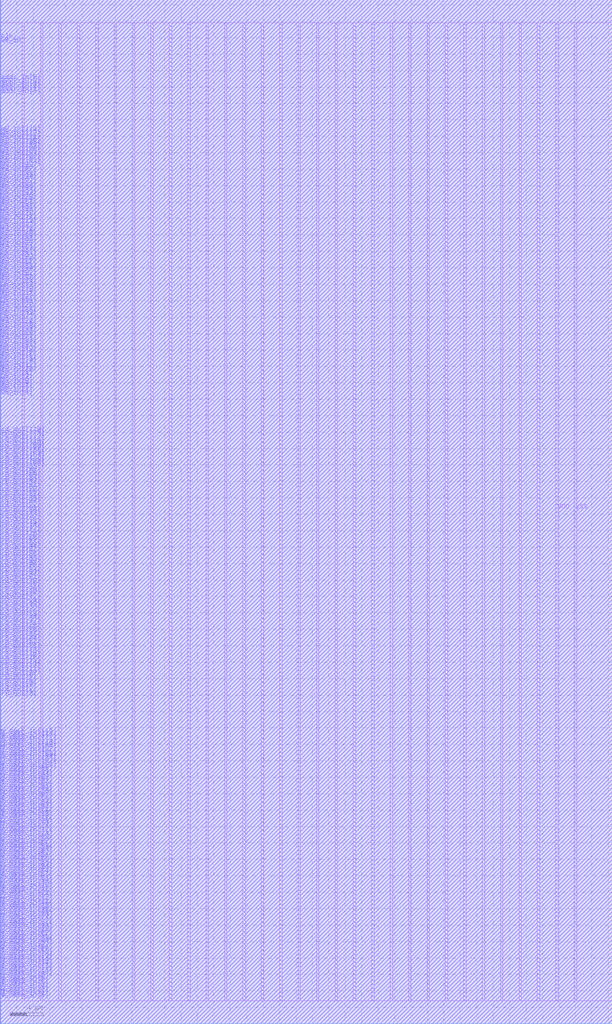
<source format=lef>
VERSION 5.7 ;
BUSBITCHARS "[]" ;
MACRO fakeram45_128x116_upper
  FOREIGN fakeram45_128x116_upper 0 0 ;
  SYMMETRY X Y R90 ;
  SIZE 74.480 BY 124.600 ;
  CLASS BLOCK ;
  PIN w_mask_in[0]
    DIRECTION INPUT ;
    USE SIGNAL ;
    SHAPE ABUTMENT ;
    PORT
      LAYER M18 ;
      RECT 0.000 2.800 0.070 2.870 ;
    END
  END w_mask_in[0]
  PIN w_mask_in[1]
    DIRECTION INPUT ;
    USE SIGNAL ;
    SHAPE ABUTMENT ;
    PORT
      LAYER M18 ;
      RECT 0.000 3.080 0.070 3.150 ;
    END
  END w_mask_in[1]
  PIN w_mask_in[2]
    DIRECTION INPUT ;
    USE SIGNAL ;
    SHAPE ABUTMENT ;
    PORT
      LAYER M18 ;
      RECT 0.000 3.360 0.070 3.430 ;
    END
  END w_mask_in[2]
  PIN w_mask_in[3]
    DIRECTION INPUT ;
    USE SIGNAL ;
    SHAPE ABUTMENT ;
    PORT
      LAYER M18 ;
      RECT 0.000 3.640 0.070 3.710 ;
    END
  END w_mask_in[3]
  PIN w_mask_in[4]
    DIRECTION INPUT ;
    USE SIGNAL ;
    SHAPE ABUTMENT ;
    PORT
      LAYER M18 ;
      RECT 0.000 3.920 0.070 3.990 ;
    END
  END w_mask_in[4]
  PIN w_mask_in[5]
    DIRECTION INPUT ;
    USE SIGNAL ;
    SHAPE ABUTMENT ;
    PORT
      LAYER M18 ;
      RECT 0.000 4.200 0.070 4.270 ;
    END
  END w_mask_in[5]
  PIN w_mask_in[6]
    DIRECTION INPUT ;
    USE SIGNAL ;
    SHAPE ABUTMENT ;
    PORT
      LAYER M18 ;
      RECT 0.000 4.480 0.070 4.550 ;
    END
  END w_mask_in[6]
  PIN w_mask_in[7]
    DIRECTION INPUT ;
    USE SIGNAL ;
    SHAPE ABUTMENT ;
    PORT
      LAYER M18 ;
      RECT 0.000 4.760 0.070 4.830 ;
    END
  END w_mask_in[7]
  PIN w_mask_in[8]
    DIRECTION INPUT ;
    USE SIGNAL ;
    SHAPE ABUTMENT ;
    PORT
      LAYER M18 ;
      RECT 0.000 5.040 0.070 5.110 ;
    END
  END w_mask_in[8]
  PIN w_mask_in[9]
    DIRECTION INPUT ;
    USE SIGNAL ;
    SHAPE ABUTMENT ;
    PORT
      LAYER M18 ;
      RECT 0.000 5.320 0.070 5.390 ;
    END
  END w_mask_in[9]
  PIN w_mask_in[10]
    DIRECTION INPUT ;
    USE SIGNAL ;
    SHAPE ABUTMENT ;
    PORT
      LAYER M18 ;
      RECT 0.000 5.600 0.070 5.670 ;
    END
  END w_mask_in[10]
  PIN w_mask_in[11]
    DIRECTION INPUT ;
    USE SIGNAL ;
    SHAPE ABUTMENT ;
    PORT
      LAYER M18 ;
      RECT 0.000 5.880 0.070 5.950 ;
    END
  END w_mask_in[11]
  PIN w_mask_in[12]
    DIRECTION INPUT ;
    USE SIGNAL ;
    SHAPE ABUTMENT ;
    PORT
      LAYER M18 ;
      RECT 0.000 6.160 0.070 6.230 ;
    END
  END w_mask_in[12]
  PIN w_mask_in[13]
    DIRECTION INPUT ;
    USE SIGNAL ;
    SHAPE ABUTMENT ;
    PORT
      LAYER M18 ;
      RECT 0.000 6.440 0.070 6.510 ;
    END
  END w_mask_in[13]
  PIN w_mask_in[14]
    DIRECTION INPUT ;
    USE SIGNAL ;
    SHAPE ABUTMENT ;
    PORT
      LAYER M18 ;
      RECT 0.000 6.720 0.070 6.790 ;
    END
  END w_mask_in[14]
  PIN w_mask_in[15]
    DIRECTION INPUT ;
    USE SIGNAL ;
    SHAPE ABUTMENT ;
    PORT
      LAYER M18 ;
      RECT 0.000 7.000 0.070 7.070 ;
    END
  END w_mask_in[15]
  PIN w_mask_in[16]
    DIRECTION INPUT ;
    USE SIGNAL ;
    SHAPE ABUTMENT ;
    PORT
      LAYER M18 ;
      RECT 0.000 7.280 0.070 7.350 ;
    END
  END w_mask_in[16]
  PIN w_mask_in[17]
    DIRECTION INPUT ;
    USE SIGNAL ;
    SHAPE ABUTMENT ;
    PORT
      LAYER M18 ;
      RECT 0.000 7.560 0.070 7.630 ;
    END
  END w_mask_in[17]
  PIN w_mask_in[18]
    DIRECTION INPUT ;
    USE SIGNAL ;
    SHAPE ABUTMENT ;
    PORT
      LAYER M18 ;
      RECT 0.000 7.840 0.070 7.910 ;
    END
  END w_mask_in[18]
  PIN w_mask_in[19]
    DIRECTION INPUT ;
    USE SIGNAL ;
    SHAPE ABUTMENT ;
    PORT
      LAYER M18 ;
      RECT 0.000 8.120 0.070 8.190 ;
    END
  END w_mask_in[19]
  PIN w_mask_in[20]
    DIRECTION INPUT ;
    USE SIGNAL ;
    SHAPE ABUTMENT ;
    PORT
      LAYER M18 ;
      RECT 0.000 8.400 0.070 8.470 ;
    END
  END w_mask_in[20]
  PIN w_mask_in[21]
    DIRECTION INPUT ;
    USE SIGNAL ;
    SHAPE ABUTMENT ;
    PORT
      LAYER M18 ;
      RECT 0.000 8.680 0.070 8.750 ;
    END
  END w_mask_in[21]
  PIN w_mask_in[22]
    DIRECTION INPUT ;
    USE SIGNAL ;
    SHAPE ABUTMENT ;
    PORT
      LAYER M18 ;
      RECT 0.000 8.960 0.070 9.030 ;
    END
  END w_mask_in[22]
  PIN w_mask_in[23]
    DIRECTION INPUT ;
    USE SIGNAL ;
    SHAPE ABUTMENT ;
    PORT
      LAYER M18 ;
      RECT 0.000 9.240 0.070 9.310 ;
    END
  END w_mask_in[23]
  PIN w_mask_in[24]
    DIRECTION INPUT ;
    USE SIGNAL ;
    SHAPE ABUTMENT ;
    PORT
      LAYER M18 ;
      RECT 0.000 9.520 0.070 9.590 ;
    END
  END w_mask_in[24]
  PIN w_mask_in[25]
    DIRECTION INPUT ;
    USE SIGNAL ;
    SHAPE ABUTMENT ;
    PORT
      LAYER M18 ;
      RECT 0.000 9.800 0.070 9.870 ;
    END
  END w_mask_in[25]
  PIN w_mask_in[26]
    DIRECTION INPUT ;
    USE SIGNAL ;
    SHAPE ABUTMENT ;
    PORT
      LAYER M18 ;
      RECT 0.000 10.080 0.070 10.150 ;
    END
  END w_mask_in[26]
  PIN w_mask_in[27]
    DIRECTION INPUT ;
    USE SIGNAL ;
    SHAPE ABUTMENT ;
    PORT
      LAYER M18 ;
      RECT 0.000 10.360 0.070 10.430 ;
    END
  END w_mask_in[27]
  PIN w_mask_in[28]
    DIRECTION INPUT ;
    USE SIGNAL ;
    SHAPE ABUTMENT ;
    PORT
      LAYER M18 ;
      RECT 0.000 10.640 0.070 10.710 ;
    END
  END w_mask_in[28]
  PIN w_mask_in[29]
    DIRECTION INPUT ;
    USE SIGNAL ;
    SHAPE ABUTMENT ;
    PORT
      LAYER M18 ;
      RECT 0.000 10.920 0.070 10.990 ;
    END
  END w_mask_in[29]
  PIN w_mask_in[30]
    DIRECTION INPUT ;
    USE SIGNAL ;
    SHAPE ABUTMENT ;
    PORT
      LAYER M18 ;
      RECT 0.000 11.200 0.070 11.270 ;
    END
  END w_mask_in[30]
  PIN w_mask_in[31]
    DIRECTION INPUT ;
    USE SIGNAL ;
    SHAPE ABUTMENT ;
    PORT
      LAYER M18 ;
      RECT 0.000 11.480 0.070 11.550 ;
    END
  END w_mask_in[31]
  PIN w_mask_in[32]
    DIRECTION INPUT ;
    USE SIGNAL ;
    SHAPE ABUTMENT ;
    PORT
      LAYER M18 ;
      RECT 0.000 11.760 0.070 11.830 ;
    END
  END w_mask_in[32]
  PIN w_mask_in[33]
    DIRECTION INPUT ;
    USE SIGNAL ;
    SHAPE ABUTMENT ;
    PORT
      LAYER M18 ;
      RECT 0.000 12.040 0.070 12.110 ;
    END
  END w_mask_in[33]
  PIN w_mask_in[34]
    DIRECTION INPUT ;
    USE SIGNAL ;
    SHAPE ABUTMENT ;
    PORT
      LAYER M18 ;
      RECT 0.000 12.320 0.070 12.390 ;
    END
  END w_mask_in[34]
  PIN w_mask_in[35]
    DIRECTION INPUT ;
    USE SIGNAL ;
    SHAPE ABUTMENT ;
    PORT
      LAYER M18 ;
      RECT 0.000 12.600 0.070 12.670 ;
    END
  END w_mask_in[35]
  PIN w_mask_in[36]
    DIRECTION INPUT ;
    USE SIGNAL ;
    SHAPE ABUTMENT ;
    PORT
      LAYER M18 ;
      RECT 0.000 12.880 0.070 12.950 ;
    END
  END w_mask_in[36]
  PIN w_mask_in[37]
    DIRECTION INPUT ;
    USE SIGNAL ;
    SHAPE ABUTMENT ;
    PORT
      LAYER M18 ;
      RECT 0.000 13.160 0.070 13.230 ;
    END
  END w_mask_in[37]
  PIN w_mask_in[38]
    DIRECTION INPUT ;
    USE SIGNAL ;
    SHAPE ABUTMENT ;
    PORT
      LAYER M18 ;
      RECT 0.000 13.440 0.070 13.510 ;
    END
  END w_mask_in[38]
  PIN w_mask_in[39]
    DIRECTION INPUT ;
    USE SIGNAL ;
    SHAPE ABUTMENT ;
    PORT
      LAYER M18 ;
      RECT 0.000 13.720 0.070 13.790 ;
    END
  END w_mask_in[39]
  PIN w_mask_in[40]
    DIRECTION INPUT ;
    USE SIGNAL ;
    SHAPE ABUTMENT ;
    PORT
      LAYER M18 ;
      RECT 0.000 14.000 0.070 14.070 ;
    END
  END w_mask_in[40]
  PIN w_mask_in[41]
    DIRECTION INPUT ;
    USE SIGNAL ;
    SHAPE ABUTMENT ;
    PORT
      LAYER M18 ;
      RECT 0.000 14.280 0.070 14.350 ;
    END
  END w_mask_in[41]
  PIN w_mask_in[42]
    DIRECTION INPUT ;
    USE SIGNAL ;
    SHAPE ABUTMENT ;
    PORT
      LAYER M18 ;
      RECT 0.000 14.560 0.070 14.630 ;
    END
  END w_mask_in[42]
  PIN w_mask_in[43]
    DIRECTION INPUT ;
    USE SIGNAL ;
    SHAPE ABUTMENT ;
    PORT
      LAYER M18 ;
      RECT 0.000 14.840 0.070 14.910 ;
    END
  END w_mask_in[43]
  PIN w_mask_in[44]
    DIRECTION INPUT ;
    USE SIGNAL ;
    SHAPE ABUTMENT ;
    PORT
      LAYER M18 ;
      RECT 0.000 15.120 0.070 15.190 ;
    END
  END w_mask_in[44]
  PIN w_mask_in[45]
    DIRECTION INPUT ;
    USE SIGNAL ;
    SHAPE ABUTMENT ;
    PORT
      LAYER M18 ;
      RECT 0.000 15.400 0.070 15.470 ;
    END
  END w_mask_in[45]
  PIN w_mask_in[46]
    DIRECTION INPUT ;
    USE SIGNAL ;
    SHAPE ABUTMENT ;
    PORT
      LAYER M18 ;
      RECT 0.000 15.680 0.070 15.750 ;
    END
  END w_mask_in[46]
  PIN w_mask_in[47]
    DIRECTION INPUT ;
    USE SIGNAL ;
    SHAPE ABUTMENT ;
    PORT
      LAYER M18 ;
      RECT 0.000 15.960 0.070 16.030 ;
    END
  END w_mask_in[47]
  PIN w_mask_in[48]
    DIRECTION INPUT ;
    USE SIGNAL ;
    SHAPE ABUTMENT ;
    PORT
      LAYER M18 ;
      RECT 0.000 16.240 0.070 16.310 ;
    END
  END w_mask_in[48]
  PIN w_mask_in[49]
    DIRECTION INPUT ;
    USE SIGNAL ;
    SHAPE ABUTMENT ;
    PORT
      LAYER M18 ;
      RECT 0.000 16.520 0.070 16.590 ;
    END
  END w_mask_in[49]
  PIN w_mask_in[50]
    DIRECTION INPUT ;
    USE SIGNAL ;
    SHAPE ABUTMENT ;
    PORT
      LAYER M18 ;
      RECT 0.000 16.800 0.070 16.870 ;
    END
  END w_mask_in[50]
  PIN w_mask_in[51]
    DIRECTION INPUT ;
    USE SIGNAL ;
    SHAPE ABUTMENT ;
    PORT
      LAYER M18 ;
      RECT 0.000 17.080 0.070 17.150 ;
    END
  END w_mask_in[51]
  PIN w_mask_in[52]
    DIRECTION INPUT ;
    USE SIGNAL ;
    SHAPE ABUTMENT ;
    PORT
      LAYER M18 ;
      RECT 0.000 17.360 0.070 17.430 ;
    END
  END w_mask_in[52]
  PIN w_mask_in[53]
    DIRECTION INPUT ;
    USE SIGNAL ;
    SHAPE ABUTMENT ;
    PORT
      LAYER M18 ;
      RECT 0.000 17.640 0.070 17.710 ;
    END
  END w_mask_in[53]
  PIN w_mask_in[54]
    DIRECTION INPUT ;
    USE SIGNAL ;
    SHAPE ABUTMENT ;
    PORT
      LAYER M18 ;
      RECT 0.000 17.920 0.070 17.990 ;
    END
  END w_mask_in[54]
  PIN w_mask_in[55]
    DIRECTION INPUT ;
    USE SIGNAL ;
    SHAPE ABUTMENT ;
    PORT
      LAYER M18 ;
      RECT 0.000 18.200 0.070 18.270 ;
    END
  END w_mask_in[55]
  PIN w_mask_in[56]
    DIRECTION INPUT ;
    USE SIGNAL ;
    SHAPE ABUTMENT ;
    PORT
      LAYER M18 ;
      RECT 0.000 18.480 0.070 18.550 ;
    END
  END w_mask_in[56]
  PIN w_mask_in[57]
    DIRECTION INPUT ;
    USE SIGNAL ;
    SHAPE ABUTMENT ;
    PORT
      LAYER M18 ;
      RECT 0.000 18.760 0.070 18.830 ;
    END
  END w_mask_in[57]
  PIN w_mask_in[58]
    DIRECTION INPUT ;
    USE SIGNAL ;
    SHAPE ABUTMENT ;
    PORT
      LAYER M18 ;
      RECT 0.000 19.040 0.070 19.110 ;
    END
  END w_mask_in[58]
  PIN w_mask_in[59]
    DIRECTION INPUT ;
    USE SIGNAL ;
    SHAPE ABUTMENT ;
    PORT
      LAYER M18 ;
      RECT 0.000 19.320 0.070 19.390 ;
    END
  END w_mask_in[59]
  PIN w_mask_in[60]
    DIRECTION INPUT ;
    USE SIGNAL ;
    SHAPE ABUTMENT ;
    PORT
      LAYER M18 ;
      RECT 0.000 19.600 0.070 19.670 ;
    END
  END w_mask_in[60]
  PIN w_mask_in[61]
    DIRECTION INPUT ;
    USE SIGNAL ;
    SHAPE ABUTMENT ;
    PORT
      LAYER M18 ;
      RECT 0.000 19.880 0.070 19.950 ;
    END
  END w_mask_in[61]
  PIN w_mask_in[62]
    DIRECTION INPUT ;
    USE SIGNAL ;
    SHAPE ABUTMENT ;
    PORT
      LAYER M18 ;
      RECT 0.000 20.160 0.070 20.230 ;
    END
  END w_mask_in[62]
  PIN w_mask_in[63]
    DIRECTION INPUT ;
    USE SIGNAL ;
    SHAPE ABUTMENT ;
    PORT
      LAYER M18 ;
      RECT 0.000 20.440 0.070 20.510 ;
    END
  END w_mask_in[63]
  PIN w_mask_in[64]
    DIRECTION INPUT ;
    USE SIGNAL ;
    SHAPE ABUTMENT ;
    PORT
      LAYER M18 ;
      RECT 0.000 20.720 0.070 20.790 ;
    END
  END w_mask_in[64]
  PIN w_mask_in[65]
    DIRECTION INPUT ;
    USE SIGNAL ;
    SHAPE ABUTMENT ;
    PORT
      LAYER M18 ;
      RECT 0.000 21.000 0.070 21.070 ;
    END
  END w_mask_in[65]
  PIN w_mask_in[66]
    DIRECTION INPUT ;
    USE SIGNAL ;
    SHAPE ABUTMENT ;
    PORT
      LAYER M18 ;
      RECT 0.000 21.280 0.070 21.350 ;
    END
  END w_mask_in[66]
  PIN w_mask_in[67]
    DIRECTION INPUT ;
    USE SIGNAL ;
    SHAPE ABUTMENT ;
    PORT
      LAYER M18 ;
      RECT 0.000 21.560 0.070 21.630 ;
    END
  END w_mask_in[67]
  PIN w_mask_in[68]
    DIRECTION INPUT ;
    USE SIGNAL ;
    SHAPE ABUTMENT ;
    PORT
      LAYER M18 ;
      RECT 0.000 21.840 0.070 21.910 ;
    END
  END w_mask_in[68]
  PIN w_mask_in[69]
    DIRECTION INPUT ;
    USE SIGNAL ;
    SHAPE ABUTMENT ;
    PORT
      LAYER M18 ;
      RECT 0.000 22.120 0.070 22.190 ;
    END
  END w_mask_in[69]
  PIN w_mask_in[70]
    DIRECTION INPUT ;
    USE SIGNAL ;
    SHAPE ABUTMENT ;
    PORT
      LAYER M18 ;
      RECT 0.000 22.400 0.070 22.470 ;
    END
  END w_mask_in[70]
  PIN w_mask_in[71]
    DIRECTION INPUT ;
    USE SIGNAL ;
    SHAPE ABUTMENT ;
    PORT
      LAYER M18 ;
      RECT 0.000 22.680 0.070 22.750 ;
    END
  END w_mask_in[71]
  PIN w_mask_in[72]
    DIRECTION INPUT ;
    USE SIGNAL ;
    SHAPE ABUTMENT ;
    PORT
      LAYER M18 ;
      RECT 0.000 22.960 0.070 23.030 ;
    END
  END w_mask_in[72]
  PIN w_mask_in[73]
    DIRECTION INPUT ;
    USE SIGNAL ;
    SHAPE ABUTMENT ;
    PORT
      LAYER M18 ;
      RECT 0.000 23.240 0.070 23.310 ;
    END
  END w_mask_in[73]
  PIN w_mask_in[74]
    DIRECTION INPUT ;
    USE SIGNAL ;
    SHAPE ABUTMENT ;
    PORT
      LAYER M18 ;
      RECT 0.000 23.520 0.070 23.590 ;
    END
  END w_mask_in[74]
  PIN w_mask_in[75]
    DIRECTION INPUT ;
    USE SIGNAL ;
    SHAPE ABUTMENT ;
    PORT
      LAYER M18 ;
      RECT 0.000 23.800 0.070 23.870 ;
    END
  END w_mask_in[75]
  PIN w_mask_in[76]
    DIRECTION INPUT ;
    USE SIGNAL ;
    SHAPE ABUTMENT ;
    PORT
      LAYER M18 ;
      RECT 0.000 24.080 0.070 24.150 ;
    END
  END w_mask_in[76]
  PIN w_mask_in[77]
    DIRECTION INPUT ;
    USE SIGNAL ;
    SHAPE ABUTMENT ;
    PORT
      LAYER M18 ;
      RECT 0.000 24.360 0.070 24.430 ;
    END
  END w_mask_in[77]
  PIN w_mask_in[78]
    DIRECTION INPUT ;
    USE SIGNAL ;
    SHAPE ABUTMENT ;
    PORT
      LAYER M18 ;
      RECT 0.000 24.640 0.070 24.710 ;
    END
  END w_mask_in[78]
  PIN w_mask_in[79]
    DIRECTION INPUT ;
    USE SIGNAL ;
    SHAPE ABUTMENT ;
    PORT
      LAYER M18 ;
      RECT 0.000 24.920 0.070 24.990 ;
    END
  END w_mask_in[79]
  PIN w_mask_in[80]
    DIRECTION INPUT ;
    USE SIGNAL ;
    SHAPE ABUTMENT ;
    PORT
      LAYER M18 ;
      RECT 0.000 25.200 0.070 25.270 ;
    END
  END w_mask_in[80]
  PIN w_mask_in[81]
    DIRECTION INPUT ;
    USE SIGNAL ;
    SHAPE ABUTMENT ;
    PORT
      LAYER M18 ;
      RECT 0.000 25.480 0.070 25.550 ;
    END
  END w_mask_in[81]
  PIN w_mask_in[82]
    DIRECTION INPUT ;
    USE SIGNAL ;
    SHAPE ABUTMENT ;
    PORT
      LAYER M18 ;
      RECT 0.000 25.760 0.070 25.830 ;
    END
  END w_mask_in[82]
  PIN w_mask_in[83]
    DIRECTION INPUT ;
    USE SIGNAL ;
    SHAPE ABUTMENT ;
    PORT
      LAYER M18 ;
      RECT 0.000 26.040 0.070 26.110 ;
    END
  END w_mask_in[83]
  PIN w_mask_in[84]
    DIRECTION INPUT ;
    USE SIGNAL ;
    SHAPE ABUTMENT ;
    PORT
      LAYER M18 ;
      RECT 0.000 26.320 0.070 26.390 ;
    END
  END w_mask_in[84]
  PIN w_mask_in[85]
    DIRECTION INPUT ;
    USE SIGNAL ;
    SHAPE ABUTMENT ;
    PORT
      LAYER M18 ;
      RECT 0.000 26.600 0.070 26.670 ;
    END
  END w_mask_in[85]
  PIN w_mask_in[86]
    DIRECTION INPUT ;
    USE SIGNAL ;
    SHAPE ABUTMENT ;
    PORT
      LAYER M18 ;
      RECT 0.000 26.880 0.070 26.950 ;
    END
  END w_mask_in[86]
  PIN w_mask_in[87]
    DIRECTION INPUT ;
    USE SIGNAL ;
    SHAPE ABUTMENT ;
    PORT
      LAYER M18 ;
      RECT 0.000 27.160 0.070 27.230 ;
    END
  END w_mask_in[87]
  PIN w_mask_in[88]
    DIRECTION INPUT ;
    USE SIGNAL ;
    SHAPE ABUTMENT ;
    PORT
      LAYER M18 ;
      RECT 0.000 27.440 0.070 27.510 ;
    END
  END w_mask_in[88]
  PIN w_mask_in[89]
    DIRECTION INPUT ;
    USE SIGNAL ;
    SHAPE ABUTMENT ;
    PORT
      LAYER M18 ;
      RECT 0.000 27.720 0.070 27.790 ;
    END
  END w_mask_in[89]
  PIN w_mask_in[90]
    DIRECTION INPUT ;
    USE SIGNAL ;
    SHAPE ABUTMENT ;
    PORT
      LAYER M18 ;
      RECT 0.000 28.000 0.070 28.070 ;
    END
  END w_mask_in[90]
  PIN w_mask_in[91]
    DIRECTION INPUT ;
    USE SIGNAL ;
    SHAPE ABUTMENT ;
    PORT
      LAYER M18 ;
      RECT 0.000 28.280 0.070 28.350 ;
    END
  END w_mask_in[91]
  PIN w_mask_in[92]
    DIRECTION INPUT ;
    USE SIGNAL ;
    SHAPE ABUTMENT ;
    PORT
      LAYER M18 ;
      RECT 0.000 28.560 0.070 28.630 ;
    END
  END w_mask_in[92]
  PIN w_mask_in[93]
    DIRECTION INPUT ;
    USE SIGNAL ;
    SHAPE ABUTMENT ;
    PORT
      LAYER M18 ;
      RECT 0.000 28.840 0.070 28.910 ;
    END
  END w_mask_in[93]
  PIN w_mask_in[94]
    DIRECTION INPUT ;
    USE SIGNAL ;
    SHAPE ABUTMENT ;
    PORT
      LAYER M18 ;
      RECT 0.000 29.120 0.070 29.190 ;
    END
  END w_mask_in[94]
  PIN w_mask_in[95]
    DIRECTION INPUT ;
    USE SIGNAL ;
    SHAPE ABUTMENT ;
    PORT
      LAYER M18 ;
      RECT 0.000 29.400 0.070 29.470 ;
    END
  END w_mask_in[95]
  PIN w_mask_in[96]
    DIRECTION INPUT ;
    USE SIGNAL ;
    SHAPE ABUTMENT ;
    PORT
      LAYER M18 ;
      RECT 0.000 29.680 0.070 29.750 ;
    END
  END w_mask_in[96]
  PIN w_mask_in[97]
    DIRECTION INPUT ;
    USE SIGNAL ;
    SHAPE ABUTMENT ;
    PORT
      LAYER M18 ;
      RECT 0.000 29.960 0.070 30.030 ;
    END
  END w_mask_in[97]
  PIN w_mask_in[98]
    DIRECTION INPUT ;
    USE SIGNAL ;
    SHAPE ABUTMENT ;
    PORT
      LAYER M18 ;
      RECT 0.000 30.240 0.070 30.310 ;
    END
  END w_mask_in[98]
  PIN w_mask_in[99]
    DIRECTION INPUT ;
    USE SIGNAL ;
    SHAPE ABUTMENT ;
    PORT
      LAYER M18 ;
      RECT 0.000 30.520 0.070 30.590 ;
    END
  END w_mask_in[99]
  PIN w_mask_in[100]
    DIRECTION INPUT ;
    USE SIGNAL ;
    SHAPE ABUTMENT ;
    PORT
      LAYER M18 ;
      RECT 0.000 30.800 0.070 30.870 ;
    END
  END w_mask_in[100]
  PIN w_mask_in[101]
    DIRECTION INPUT ;
    USE SIGNAL ;
    SHAPE ABUTMENT ;
    PORT
      LAYER M18 ;
      RECT 0.000 31.080 0.070 31.150 ;
    END
  END w_mask_in[101]
  PIN w_mask_in[102]
    DIRECTION INPUT ;
    USE SIGNAL ;
    SHAPE ABUTMENT ;
    PORT
      LAYER M18 ;
      RECT 0.000 31.360 0.070 31.430 ;
    END
  END w_mask_in[102]
  PIN w_mask_in[103]
    DIRECTION INPUT ;
    USE SIGNAL ;
    SHAPE ABUTMENT ;
    PORT
      LAYER M18 ;
      RECT 0.000 31.640 0.070 31.710 ;
    END
  END w_mask_in[103]
  PIN w_mask_in[104]
    DIRECTION INPUT ;
    USE SIGNAL ;
    SHAPE ABUTMENT ;
    PORT
      LAYER M18 ;
      RECT 0.000 31.920 0.070 31.990 ;
    END
  END w_mask_in[104]
  PIN w_mask_in[105]
    DIRECTION INPUT ;
    USE SIGNAL ;
    SHAPE ABUTMENT ;
    PORT
      LAYER M18 ;
      RECT 0.000 32.200 0.070 32.270 ;
    END
  END w_mask_in[105]
  PIN w_mask_in[106]
    DIRECTION INPUT ;
    USE SIGNAL ;
    SHAPE ABUTMENT ;
    PORT
      LAYER M18 ;
      RECT 0.000 32.480 0.070 32.550 ;
    END
  END w_mask_in[106]
  PIN w_mask_in[107]
    DIRECTION INPUT ;
    USE SIGNAL ;
    SHAPE ABUTMENT ;
    PORT
      LAYER M18 ;
      RECT 0.000 32.760 0.070 32.830 ;
    END
  END w_mask_in[107]
  PIN w_mask_in[108]
    DIRECTION INPUT ;
    USE SIGNAL ;
    SHAPE ABUTMENT ;
    PORT
      LAYER M18 ;
      RECT 0.000 33.040 0.070 33.110 ;
    END
  END w_mask_in[108]
  PIN w_mask_in[109]
    DIRECTION INPUT ;
    USE SIGNAL ;
    SHAPE ABUTMENT ;
    PORT
      LAYER M18 ;
      RECT 0.000 33.320 0.070 33.390 ;
    END
  END w_mask_in[109]
  PIN w_mask_in[110]
    DIRECTION INPUT ;
    USE SIGNAL ;
    SHAPE ABUTMENT ;
    PORT
      LAYER M18 ;
      RECT 0.000 33.600 0.070 33.670 ;
    END
  END w_mask_in[110]
  PIN w_mask_in[111]
    DIRECTION INPUT ;
    USE SIGNAL ;
    SHAPE ABUTMENT ;
    PORT
      LAYER M18 ;
      RECT 0.000 33.880 0.070 33.950 ;
    END
  END w_mask_in[111]
  PIN w_mask_in[112]
    DIRECTION INPUT ;
    USE SIGNAL ;
    SHAPE ABUTMENT ;
    PORT
      LAYER M18 ;
      RECT 0.000 34.160 0.070 34.230 ;
    END
  END w_mask_in[112]
  PIN w_mask_in[113]
    DIRECTION INPUT ;
    USE SIGNAL ;
    SHAPE ABUTMENT ;
    PORT
      LAYER M18 ;
      RECT 0.000 34.440 0.070 34.510 ;
    END
  END w_mask_in[113]
  PIN w_mask_in[114]
    DIRECTION INPUT ;
    USE SIGNAL ;
    SHAPE ABUTMENT ;
    PORT
      LAYER M18 ;
      RECT 0.000 34.720 0.070 34.790 ;
    END
  END w_mask_in[114]
  PIN w_mask_in[115]
    DIRECTION INPUT ;
    USE SIGNAL ;
    SHAPE ABUTMENT ;
    PORT
      LAYER M18 ;
      RECT 0.000 35.000 0.070 35.070 ;
    END
  END w_mask_in[115]
  PIN rd_out[0]
    DIRECTION OUTPUT ;
    USE SIGNAL ;
    SHAPE ABUTMENT ;
    PORT
      LAYER M18 ;
      RECT 0.000 39.480 0.070 39.550 ;
    END
  END rd_out[0]
  PIN rd_out[1]
    DIRECTION OUTPUT ;
    USE SIGNAL ;
    SHAPE ABUTMENT ;
    PORT
      LAYER M18 ;
      RECT 0.000 39.760 0.070 39.830 ;
    END
  END rd_out[1]
  PIN rd_out[2]
    DIRECTION OUTPUT ;
    USE SIGNAL ;
    SHAPE ABUTMENT ;
    PORT
      LAYER M18 ;
      RECT 0.000 40.040 0.070 40.110 ;
    END
  END rd_out[2]
  PIN rd_out[3]
    DIRECTION OUTPUT ;
    USE SIGNAL ;
    SHAPE ABUTMENT ;
    PORT
      LAYER M18 ;
      RECT 0.000 40.320 0.070 40.390 ;
    END
  END rd_out[3]
  PIN rd_out[4]
    DIRECTION OUTPUT ;
    USE SIGNAL ;
    SHAPE ABUTMENT ;
    PORT
      LAYER M18 ;
      RECT 0.000 40.600 0.070 40.670 ;
    END
  END rd_out[4]
  PIN rd_out[5]
    DIRECTION OUTPUT ;
    USE SIGNAL ;
    SHAPE ABUTMENT ;
    PORT
      LAYER M18 ;
      RECT 0.000 40.880 0.070 40.950 ;
    END
  END rd_out[5]
  PIN rd_out[6]
    DIRECTION OUTPUT ;
    USE SIGNAL ;
    SHAPE ABUTMENT ;
    PORT
      LAYER M18 ;
      RECT 0.000 41.160 0.070 41.230 ;
    END
  END rd_out[6]
  PIN rd_out[7]
    DIRECTION OUTPUT ;
    USE SIGNAL ;
    SHAPE ABUTMENT ;
    PORT
      LAYER M18 ;
      RECT 0.000 41.440 0.070 41.510 ;
    END
  END rd_out[7]
  PIN rd_out[8]
    DIRECTION OUTPUT ;
    USE SIGNAL ;
    SHAPE ABUTMENT ;
    PORT
      LAYER M18 ;
      RECT 0.000 41.720 0.070 41.790 ;
    END
  END rd_out[8]
  PIN rd_out[9]
    DIRECTION OUTPUT ;
    USE SIGNAL ;
    SHAPE ABUTMENT ;
    PORT
      LAYER M18 ;
      RECT 0.000 42.000 0.070 42.070 ;
    END
  END rd_out[9]
  PIN rd_out[10]
    DIRECTION OUTPUT ;
    USE SIGNAL ;
    SHAPE ABUTMENT ;
    PORT
      LAYER M18 ;
      RECT 0.000 42.280 0.070 42.350 ;
    END
  END rd_out[10]
  PIN rd_out[11]
    DIRECTION OUTPUT ;
    USE SIGNAL ;
    SHAPE ABUTMENT ;
    PORT
      LAYER M18 ;
      RECT 0.000 42.560 0.070 42.630 ;
    END
  END rd_out[11]
  PIN rd_out[12]
    DIRECTION OUTPUT ;
    USE SIGNAL ;
    SHAPE ABUTMENT ;
    PORT
      LAYER M18 ;
      RECT 0.000 42.840 0.070 42.910 ;
    END
  END rd_out[12]
  PIN rd_out[13]
    DIRECTION OUTPUT ;
    USE SIGNAL ;
    SHAPE ABUTMENT ;
    PORT
      LAYER M18 ;
      RECT 0.000 43.120 0.070 43.190 ;
    END
  END rd_out[13]
  PIN rd_out[14]
    DIRECTION OUTPUT ;
    USE SIGNAL ;
    SHAPE ABUTMENT ;
    PORT
      LAYER M18 ;
      RECT 0.000 43.400 0.070 43.470 ;
    END
  END rd_out[14]
  PIN rd_out[15]
    DIRECTION OUTPUT ;
    USE SIGNAL ;
    SHAPE ABUTMENT ;
    PORT
      LAYER M18 ;
      RECT 0.000 43.680 0.070 43.750 ;
    END
  END rd_out[15]
  PIN rd_out[16]
    DIRECTION OUTPUT ;
    USE SIGNAL ;
    SHAPE ABUTMENT ;
    PORT
      LAYER M18 ;
      RECT 0.000 43.960 0.070 44.030 ;
    END
  END rd_out[16]
  PIN rd_out[17]
    DIRECTION OUTPUT ;
    USE SIGNAL ;
    SHAPE ABUTMENT ;
    PORT
      LAYER M18 ;
      RECT 0.000 44.240 0.070 44.310 ;
    END
  END rd_out[17]
  PIN rd_out[18]
    DIRECTION OUTPUT ;
    USE SIGNAL ;
    SHAPE ABUTMENT ;
    PORT
      LAYER M18 ;
      RECT 0.000 44.520 0.070 44.590 ;
    END
  END rd_out[18]
  PIN rd_out[19]
    DIRECTION OUTPUT ;
    USE SIGNAL ;
    SHAPE ABUTMENT ;
    PORT
      LAYER M18 ;
      RECT 0.000 44.800 0.070 44.870 ;
    END
  END rd_out[19]
  PIN rd_out[20]
    DIRECTION OUTPUT ;
    USE SIGNAL ;
    SHAPE ABUTMENT ;
    PORT
      LAYER M18 ;
      RECT 0.000 45.080 0.070 45.150 ;
    END
  END rd_out[20]
  PIN rd_out[21]
    DIRECTION OUTPUT ;
    USE SIGNAL ;
    SHAPE ABUTMENT ;
    PORT
      LAYER M18 ;
      RECT 0.000 45.360 0.070 45.430 ;
    END
  END rd_out[21]
  PIN rd_out[22]
    DIRECTION OUTPUT ;
    USE SIGNAL ;
    SHAPE ABUTMENT ;
    PORT
      LAYER M18 ;
      RECT 0.000 45.640 0.070 45.710 ;
    END
  END rd_out[22]
  PIN rd_out[23]
    DIRECTION OUTPUT ;
    USE SIGNAL ;
    SHAPE ABUTMENT ;
    PORT
      LAYER M18 ;
      RECT 0.000 45.920 0.070 45.990 ;
    END
  END rd_out[23]
  PIN rd_out[24]
    DIRECTION OUTPUT ;
    USE SIGNAL ;
    SHAPE ABUTMENT ;
    PORT
      LAYER M18 ;
      RECT 0.000 46.200 0.070 46.270 ;
    END
  END rd_out[24]
  PIN rd_out[25]
    DIRECTION OUTPUT ;
    USE SIGNAL ;
    SHAPE ABUTMENT ;
    PORT
      LAYER M18 ;
      RECT 0.000 46.480 0.070 46.550 ;
    END
  END rd_out[25]
  PIN rd_out[26]
    DIRECTION OUTPUT ;
    USE SIGNAL ;
    SHAPE ABUTMENT ;
    PORT
      LAYER M18 ;
      RECT 0.000 46.760 0.070 46.830 ;
    END
  END rd_out[26]
  PIN rd_out[27]
    DIRECTION OUTPUT ;
    USE SIGNAL ;
    SHAPE ABUTMENT ;
    PORT
      LAYER M18 ;
      RECT 0.000 47.040 0.070 47.110 ;
    END
  END rd_out[27]
  PIN rd_out[28]
    DIRECTION OUTPUT ;
    USE SIGNAL ;
    SHAPE ABUTMENT ;
    PORT
      LAYER M18 ;
      RECT 0.000 47.320 0.070 47.390 ;
    END
  END rd_out[28]
  PIN rd_out[29]
    DIRECTION OUTPUT ;
    USE SIGNAL ;
    SHAPE ABUTMENT ;
    PORT
      LAYER M18 ;
      RECT 0.000 47.600 0.070 47.670 ;
    END
  END rd_out[29]
  PIN rd_out[30]
    DIRECTION OUTPUT ;
    USE SIGNAL ;
    SHAPE ABUTMENT ;
    PORT
      LAYER M18 ;
      RECT 0.000 47.880 0.070 47.950 ;
    END
  END rd_out[30]
  PIN rd_out[31]
    DIRECTION OUTPUT ;
    USE SIGNAL ;
    SHAPE ABUTMENT ;
    PORT
      LAYER M18 ;
      RECT 0.000 48.160 0.070 48.230 ;
    END
  END rd_out[31]
  PIN rd_out[32]
    DIRECTION OUTPUT ;
    USE SIGNAL ;
    SHAPE ABUTMENT ;
    PORT
      LAYER M18 ;
      RECT 0.000 48.440 0.070 48.510 ;
    END
  END rd_out[32]
  PIN rd_out[33]
    DIRECTION OUTPUT ;
    USE SIGNAL ;
    SHAPE ABUTMENT ;
    PORT
      LAYER M18 ;
      RECT 0.000 48.720 0.070 48.790 ;
    END
  END rd_out[33]
  PIN rd_out[34]
    DIRECTION OUTPUT ;
    USE SIGNAL ;
    SHAPE ABUTMENT ;
    PORT
      LAYER M18 ;
      RECT 0.000 49.000 0.070 49.070 ;
    END
  END rd_out[34]
  PIN rd_out[35]
    DIRECTION OUTPUT ;
    USE SIGNAL ;
    SHAPE ABUTMENT ;
    PORT
      LAYER M18 ;
      RECT 0.000 49.280 0.070 49.350 ;
    END
  END rd_out[35]
  PIN rd_out[36]
    DIRECTION OUTPUT ;
    USE SIGNAL ;
    SHAPE ABUTMENT ;
    PORT
      LAYER M18 ;
      RECT 0.000 49.560 0.070 49.630 ;
    END
  END rd_out[36]
  PIN rd_out[37]
    DIRECTION OUTPUT ;
    USE SIGNAL ;
    SHAPE ABUTMENT ;
    PORT
      LAYER M18 ;
      RECT 0.000 49.840 0.070 49.910 ;
    END
  END rd_out[37]
  PIN rd_out[38]
    DIRECTION OUTPUT ;
    USE SIGNAL ;
    SHAPE ABUTMENT ;
    PORT
      LAYER M18 ;
      RECT 0.000 50.120 0.070 50.190 ;
    END
  END rd_out[38]
  PIN rd_out[39]
    DIRECTION OUTPUT ;
    USE SIGNAL ;
    SHAPE ABUTMENT ;
    PORT
      LAYER M18 ;
      RECT 0.000 50.400 0.070 50.470 ;
    END
  END rd_out[39]
  PIN rd_out[40]
    DIRECTION OUTPUT ;
    USE SIGNAL ;
    SHAPE ABUTMENT ;
    PORT
      LAYER M18 ;
      RECT 0.000 50.680 0.070 50.750 ;
    END
  END rd_out[40]
  PIN rd_out[41]
    DIRECTION OUTPUT ;
    USE SIGNAL ;
    SHAPE ABUTMENT ;
    PORT
      LAYER M18 ;
      RECT 0.000 50.960 0.070 51.030 ;
    END
  END rd_out[41]
  PIN rd_out[42]
    DIRECTION OUTPUT ;
    USE SIGNAL ;
    SHAPE ABUTMENT ;
    PORT
      LAYER M18 ;
      RECT 0.000 51.240 0.070 51.310 ;
    END
  END rd_out[42]
  PIN rd_out[43]
    DIRECTION OUTPUT ;
    USE SIGNAL ;
    SHAPE ABUTMENT ;
    PORT
      LAYER M18 ;
      RECT 0.000 51.520 0.070 51.590 ;
    END
  END rd_out[43]
  PIN rd_out[44]
    DIRECTION OUTPUT ;
    USE SIGNAL ;
    SHAPE ABUTMENT ;
    PORT
      LAYER M18 ;
      RECT 0.000 51.800 0.070 51.870 ;
    END
  END rd_out[44]
  PIN rd_out[45]
    DIRECTION OUTPUT ;
    USE SIGNAL ;
    SHAPE ABUTMENT ;
    PORT
      LAYER M18 ;
      RECT 0.000 52.080 0.070 52.150 ;
    END
  END rd_out[45]
  PIN rd_out[46]
    DIRECTION OUTPUT ;
    USE SIGNAL ;
    SHAPE ABUTMENT ;
    PORT
      LAYER M18 ;
      RECT 0.000 52.360 0.070 52.430 ;
    END
  END rd_out[46]
  PIN rd_out[47]
    DIRECTION OUTPUT ;
    USE SIGNAL ;
    SHAPE ABUTMENT ;
    PORT
      LAYER M18 ;
      RECT 0.000 52.640 0.070 52.710 ;
    END
  END rd_out[47]
  PIN rd_out[48]
    DIRECTION OUTPUT ;
    USE SIGNAL ;
    SHAPE ABUTMENT ;
    PORT
      LAYER M18 ;
      RECT 0.000 52.920 0.070 52.990 ;
    END
  END rd_out[48]
  PIN rd_out[49]
    DIRECTION OUTPUT ;
    USE SIGNAL ;
    SHAPE ABUTMENT ;
    PORT
      LAYER M18 ;
      RECT 0.000 53.200 0.070 53.270 ;
    END
  END rd_out[49]
  PIN rd_out[50]
    DIRECTION OUTPUT ;
    USE SIGNAL ;
    SHAPE ABUTMENT ;
    PORT
      LAYER M18 ;
      RECT 0.000 53.480 0.070 53.550 ;
    END
  END rd_out[50]
  PIN rd_out[51]
    DIRECTION OUTPUT ;
    USE SIGNAL ;
    SHAPE ABUTMENT ;
    PORT
      LAYER M18 ;
      RECT 0.000 53.760 0.070 53.830 ;
    END
  END rd_out[51]
  PIN rd_out[52]
    DIRECTION OUTPUT ;
    USE SIGNAL ;
    SHAPE ABUTMENT ;
    PORT
      LAYER M18 ;
      RECT 0.000 54.040 0.070 54.110 ;
    END
  END rd_out[52]
  PIN rd_out[53]
    DIRECTION OUTPUT ;
    USE SIGNAL ;
    SHAPE ABUTMENT ;
    PORT
      LAYER M18 ;
      RECT 0.000 54.320 0.070 54.390 ;
    END
  END rd_out[53]
  PIN rd_out[54]
    DIRECTION OUTPUT ;
    USE SIGNAL ;
    SHAPE ABUTMENT ;
    PORT
      LAYER M18 ;
      RECT 0.000 54.600 0.070 54.670 ;
    END
  END rd_out[54]
  PIN rd_out[55]
    DIRECTION OUTPUT ;
    USE SIGNAL ;
    SHAPE ABUTMENT ;
    PORT
      LAYER M18 ;
      RECT 0.000 54.880 0.070 54.950 ;
    END
  END rd_out[55]
  PIN rd_out[56]
    DIRECTION OUTPUT ;
    USE SIGNAL ;
    SHAPE ABUTMENT ;
    PORT
      LAYER M18 ;
      RECT 0.000 55.160 0.070 55.230 ;
    END
  END rd_out[56]
  PIN rd_out[57]
    DIRECTION OUTPUT ;
    USE SIGNAL ;
    SHAPE ABUTMENT ;
    PORT
      LAYER M18 ;
      RECT 0.000 55.440 0.070 55.510 ;
    END
  END rd_out[57]
  PIN rd_out[58]
    DIRECTION OUTPUT ;
    USE SIGNAL ;
    SHAPE ABUTMENT ;
    PORT
      LAYER M18 ;
      RECT 0.000 55.720 0.070 55.790 ;
    END
  END rd_out[58]
  PIN rd_out[59]
    DIRECTION OUTPUT ;
    USE SIGNAL ;
    SHAPE ABUTMENT ;
    PORT
      LAYER M18 ;
      RECT 0.000 56.000 0.070 56.070 ;
    END
  END rd_out[59]
  PIN rd_out[60]
    DIRECTION OUTPUT ;
    USE SIGNAL ;
    SHAPE ABUTMENT ;
    PORT
      LAYER M18 ;
      RECT 0.000 56.280 0.070 56.350 ;
    END
  END rd_out[60]
  PIN rd_out[61]
    DIRECTION OUTPUT ;
    USE SIGNAL ;
    SHAPE ABUTMENT ;
    PORT
      LAYER M18 ;
      RECT 0.000 56.560 0.070 56.630 ;
    END
  END rd_out[61]
  PIN rd_out[62]
    DIRECTION OUTPUT ;
    USE SIGNAL ;
    SHAPE ABUTMENT ;
    PORT
      LAYER M18 ;
      RECT 0.000 56.840 0.070 56.910 ;
    END
  END rd_out[62]
  PIN rd_out[63]
    DIRECTION OUTPUT ;
    USE SIGNAL ;
    SHAPE ABUTMENT ;
    PORT
      LAYER M18 ;
      RECT 0.000 57.120 0.070 57.190 ;
    END
  END rd_out[63]
  PIN rd_out[64]
    DIRECTION OUTPUT ;
    USE SIGNAL ;
    SHAPE ABUTMENT ;
    PORT
      LAYER M18 ;
      RECT 0.000 57.400 0.070 57.470 ;
    END
  END rd_out[64]
  PIN rd_out[65]
    DIRECTION OUTPUT ;
    USE SIGNAL ;
    SHAPE ABUTMENT ;
    PORT
      LAYER M18 ;
      RECT 0.000 57.680 0.070 57.750 ;
    END
  END rd_out[65]
  PIN rd_out[66]
    DIRECTION OUTPUT ;
    USE SIGNAL ;
    SHAPE ABUTMENT ;
    PORT
      LAYER M18 ;
      RECT 0.000 57.960 0.070 58.030 ;
    END
  END rd_out[66]
  PIN rd_out[67]
    DIRECTION OUTPUT ;
    USE SIGNAL ;
    SHAPE ABUTMENT ;
    PORT
      LAYER M18 ;
      RECT 0.000 58.240 0.070 58.310 ;
    END
  END rd_out[67]
  PIN rd_out[68]
    DIRECTION OUTPUT ;
    USE SIGNAL ;
    SHAPE ABUTMENT ;
    PORT
      LAYER M18 ;
      RECT 0.000 58.520 0.070 58.590 ;
    END
  END rd_out[68]
  PIN rd_out[69]
    DIRECTION OUTPUT ;
    USE SIGNAL ;
    SHAPE ABUTMENT ;
    PORT
      LAYER M18 ;
      RECT 0.000 58.800 0.070 58.870 ;
    END
  END rd_out[69]
  PIN rd_out[70]
    DIRECTION OUTPUT ;
    USE SIGNAL ;
    SHAPE ABUTMENT ;
    PORT
      LAYER M18 ;
      RECT 0.000 59.080 0.070 59.150 ;
    END
  END rd_out[70]
  PIN rd_out[71]
    DIRECTION OUTPUT ;
    USE SIGNAL ;
    SHAPE ABUTMENT ;
    PORT
      LAYER M18 ;
      RECT 0.000 59.360 0.070 59.430 ;
    END
  END rd_out[71]
  PIN rd_out[72]
    DIRECTION OUTPUT ;
    USE SIGNAL ;
    SHAPE ABUTMENT ;
    PORT
      LAYER M18 ;
      RECT 0.000 59.640 0.070 59.710 ;
    END
  END rd_out[72]
  PIN rd_out[73]
    DIRECTION OUTPUT ;
    USE SIGNAL ;
    SHAPE ABUTMENT ;
    PORT
      LAYER M18 ;
      RECT 0.000 59.920 0.070 59.990 ;
    END
  END rd_out[73]
  PIN rd_out[74]
    DIRECTION OUTPUT ;
    USE SIGNAL ;
    SHAPE ABUTMENT ;
    PORT
      LAYER M18 ;
      RECT 0.000 60.200 0.070 60.270 ;
    END
  END rd_out[74]
  PIN rd_out[75]
    DIRECTION OUTPUT ;
    USE SIGNAL ;
    SHAPE ABUTMENT ;
    PORT
      LAYER M18 ;
      RECT 0.000 60.480 0.070 60.550 ;
    END
  END rd_out[75]
  PIN rd_out[76]
    DIRECTION OUTPUT ;
    USE SIGNAL ;
    SHAPE ABUTMENT ;
    PORT
      LAYER M18 ;
      RECT 0.000 60.760 0.070 60.830 ;
    END
  END rd_out[76]
  PIN rd_out[77]
    DIRECTION OUTPUT ;
    USE SIGNAL ;
    SHAPE ABUTMENT ;
    PORT
      LAYER M18 ;
      RECT 0.000 61.040 0.070 61.110 ;
    END
  END rd_out[77]
  PIN rd_out[78]
    DIRECTION OUTPUT ;
    USE SIGNAL ;
    SHAPE ABUTMENT ;
    PORT
      LAYER M18 ;
      RECT 0.000 61.320 0.070 61.390 ;
    END
  END rd_out[78]
  PIN rd_out[79]
    DIRECTION OUTPUT ;
    USE SIGNAL ;
    SHAPE ABUTMENT ;
    PORT
      LAYER M18 ;
      RECT 0.000 61.600 0.070 61.670 ;
    END
  END rd_out[79]
  PIN rd_out[80]
    DIRECTION OUTPUT ;
    USE SIGNAL ;
    SHAPE ABUTMENT ;
    PORT
      LAYER M18 ;
      RECT 0.000 61.880 0.070 61.950 ;
    END
  END rd_out[80]
  PIN rd_out[81]
    DIRECTION OUTPUT ;
    USE SIGNAL ;
    SHAPE ABUTMENT ;
    PORT
      LAYER M18 ;
      RECT 0.000 62.160 0.070 62.230 ;
    END
  END rd_out[81]
  PIN rd_out[82]
    DIRECTION OUTPUT ;
    USE SIGNAL ;
    SHAPE ABUTMENT ;
    PORT
      LAYER M18 ;
      RECT 0.000 62.440 0.070 62.510 ;
    END
  END rd_out[82]
  PIN rd_out[83]
    DIRECTION OUTPUT ;
    USE SIGNAL ;
    SHAPE ABUTMENT ;
    PORT
      LAYER M18 ;
      RECT 0.000 62.720 0.070 62.790 ;
    END
  END rd_out[83]
  PIN rd_out[84]
    DIRECTION OUTPUT ;
    USE SIGNAL ;
    SHAPE ABUTMENT ;
    PORT
      LAYER M18 ;
      RECT 0.000 63.000 0.070 63.070 ;
    END
  END rd_out[84]
  PIN rd_out[85]
    DIRECTION OUTPUT ;
    USE SIGNAL ;
    SHAPE ABUTMENT ;
    PORT
      LAYER M18 ;
      RECT 0.000 63.280 0.070 63.350 ;
    END
  END rd_out[85]
  PIN rd_out[86]
    DIRECTION OUTPUT ;
    USE SIGNAL ;
    SHAPE ABUTMENT ;
    PORT
      LAYER M18 ;
      RECT 0.000 63.560 0.070 63.630 ;
    END
  END rd_out[86]
  PIN rd_out[87]
    DIRECTION OUTPUT ;
    USE SIGNAL ;
    SHAPE ABUTMENT ;
    PORT
      LAYER M18 ;
      RECT 0.000 63.840 0.070 63.910 ;
    END
  END rd_out[87]
  PIN rd_out[88]
    DIRECTION OUTPUT ;
    USE SIGNAL ;
    SHAPE ABUTMENT ;
    PORT
      LAYER M18 ;
      RECT 0.000 64.120 0.070 64.190 ;
    END
  END rd_out[88]
  PIN rd_out[89]
    DIRECTION OUTPUT ;
    USE SIGNAL ;
    SHAPE ABUTMENT ;
    PORT
      LAYER M18 ;
      RECT 0.000 64.400 0.070 64.470 ;
    END
  END rd_out[89]
  PIN rd_out[90]
    DIRECTION OUTPUT ;
    USE SIGNAL ;
    SHAPE ABUTMENT ;
    PORT
      LAYER M18 ;
      RECT 0.000 64.680 0.070 64.750 ;
    END
  END rd_out[90]
  PIN rd_out[91]
    DIRECTION OUTPUT ;
    USE SIGNAL ;
    SHAPE ABUTMENT ;
    PORT
      LAYER M18 ;
      RECT 0.000 64.960 0.070 65.030 ;
    END
  END rd_out[91]
  PIN rd_out[92]
    DIRECTION OUTPUT ;
    USE SIGNAL ;
    SHAPE ABUTMENT ;
    PORT
      LAYER M18 ;
      RECT 0.000 65.240 0.070 65.310 ;
    END
  END rd_out[92]
  PIN rd_out[93]
    DIRECTION OUTPUT ;
    USE SIGNAL ;
    SHAPE ABUTMENT ;
    PORT
      LAYER M18 ;
      RECT 0.000 65.520 0.070 65.590 ;
    END
  END rd_out[93]
  PIN rd_out[94]
    DIRECTION OUTPUT ;
    USE SIGNAL ;
    SHAPE ABUTMENT ;
    PORT
      LAYER M18 ;
      RECT 0.000 65.800 0.070 65.870 ;
    END
  END rd_out[94]
  PIN rd_out[95]
    DIRECTION OUTPUT ;
    USE SIGNAL ;
    SHAPE ABUTMENT ;
    PORT
      LAYER M18 ;
      RECT 0.000 66.080 0.070 66.150 ;
    END
  END rd_out[95]
  PIN rd_out[96]
    DIRECTION OUTPUT ;
    USE SIGNAL ;
    SHAPE ABUTMENT ;
    PORT
      LAYER M18 ;
      RECT 0.000 66.360 0.070 66.430 ;
    END
  END rd_out[96]
  PIN rd_out[97]
    DIRECTION OUTPUT ;
    USE SIGNAL ;
    SHAPE ABUTMENT ;
    PORT
      LAYER M18 ;
      RECT 0.000 66.640 0.070 66.710 ;
    END
  END rd_out[97]
  PIN rd_out[98]
    DIRECTION OUTPUT ;
    USE SIGNAL ;
    SHAPE ABUTMENT ;
    PORT
      LAYER M18 ;
      RECT 0.000 66.920 0.070 66.990 ;
    END
  END rd_out[98]
  PIN rd_out[99]
    DIRECTION OUTPUT ;
    USE SIGNAL ;
    SHAPE ABUTMENT ;
    PORT
      LAYER M18 ;
      RECT 0.000 67.200 0.070 67.270 ;
    END
  END rd_out[99]
  PIN rd_out[100]
    DIRECTION OUTPUT ;
    USE SIGNAL ;
    SHAPE ABUTMENT ;
    PORT
      LAYER M18 ;
      RECT 0.000 67.480 0.070 67.550 ;
    END
  END rd_out[100]
  PIN rd_out[101]
    DIRECTION OUTPUT ;
    USE SIGNAL ;
    SHAPE ABUTMENT ;
    PORT
      LAYER M18 ;
      RECT 0.000 67.760 0.070 67.830 ;
    END
  END rd_out[101]
  PIN rd_out[102]
    DIRECTION OUTPUT ;
    USE SIGNAL ;
    SHAPE ABUTMENT ;
    PORT
      LAYER M18 ;
      RECT 0.000 68.040 0.070 68.110 ;
    END
  END rd_out[102]
  PIN rd_out[103]
    DIRECTION OUTPUT ;
    USE SIGNAL ;
    SHAPE ABUTMENT ;
    PORT
      LAYER M18 ;
      RECT 0.000 68.320 0.070 68.390 ;
    END
  END rd_out[103]
  PIN rd_out[104]
    DIRECTION OUTPUT ;
    USE SIGNAL ;
    SHAPE ABUTMENT ;
    PORT
      LAYER M18 ;
      RECT 0.000 68.600 0.070 68.670 ;
    END
  END rd_out[104]
  PIN rd_out[105]
    DIRECTION OUTPUT ;
    USE SIGNAL ;
    SHAPE ABUTMENT ;
    PORT
      LAYER M18 ;
      RECT 0.000 68.880 0.070 68.950 ;
    END
  END rd_out[105]
  PIN rd_out[106]
    DIRECTION OUTPUT ;
    USE SIGNAL ;
    SHAPE ABUTMENT ;
    PORT
      LAYER M18 ;
      RECT 0.000 69.160 0.070 69.230 ;
    END
  END rd_out[106]
  PIN rd_out[107]
    DIRECTION OUTPUT ;
    USE SIGNAL ;
    SHAPE ABUTMENT ;
    PORT
      LAYER M18 ;
      RECT 0.000 69.440 0.070 69.510 ;
    END
  END rd_out[107]
  PIN rd_out[108]
    DIRECTION OUTPUT ;
    USE SIGNAL ;
    SHAPE ABUTMENT ;
    PORT
      LAYER M18 ;
      RECT 0.000 69.720 0.070 69.790 ;
    END
  END rd_out[108]
  PIN rd_out[109]
    DIRECTION OUTPUT ;
    USE SIGNAL ;
    SHAPE ABUTMENT ;
    PORT
      LAYER M18 ;
      RECT 0.000 70.000 0.070 70.070 ;
    END
  END rd_out[109]
  PIN rd_out[110]
    DIRECTION OUTPUT ;
    USE SIGNAL ;
    SHAPE ABUTMENT ;
    PORT
      LAYER M18 ;
      RECT 0.000 70.280 0.070 70.350 ;
    END
  END rd_out[110]
  PIN rd_out[111]
    DIRECTION OUTPUT ;
    USE SIGNAL ;
    SHAPE ABUTMENT ;
    PORT
      LAYER M18 ;
      RECT 0.000 70.560 0.070 70.630 ;
    END
  END rd_out[111]
  PIN rd_out[112]
    DIRECTION OUTPUT ;
    USE SIGNAL ;
    SHAPE ABUTMENT ;
    PORT
      LAYER M18 ;
      RECT 0.000 70.840 0.070 70.910 ;
    END
  END rd_out[112]
  PIN rd_out[113]
    DIRECTION OUTPUT ;
    USE SIGNAL ;
    SHAPE ABUTMENT ;
    PORT
      LAYER M18 ;
      RECT 0.000 71.120 0.070 71.190 ;
    END
  END rd_out[113]
  PIN rd_out[114]
    DIRECTION OUTPUT ;
    USE SIGNAL ;
    SHAPE ABUTMENT ;
    PORT
      LAYER M18 ;
      RECT 0.000 71.400 0.070 71.470 ;
    END
  END rd_out[114]
  PIN rd_out[115]
    DIRECTION OUTPUT ;
    USE SIGNAL ;
    SHAPE ABUTMENT ;
    PORT
      LAYER M18 ;
      RECT 0.000 71.680 0.070 71.750 ;
    END
  END rd_out[115]
  PIN wd_in[0]
    DIRECTION INPUT ;
    USE SIGNAL ;
    SHAPE ABUTMENT ;
    PORT
      LAYER M18 ;
      RECT 0.000 76.160 0.070 76.230 ;
    END
  END wd_in[0]
  PIN wd_in[1]
    DIRECTION INPUT ;
    USE SIGNAL ;
    SHAPE ABUTMENT ;
    PORT
      LAYER M18 ;
      RECT 0.000 76.440 0.070 76.510 ;
    END
  END wd_in[1]
  PIN wd_in[2]
    DIRECTION INPUT ;
    USE SIGNAL ;
    SHAPE ABUTMENT ;
    PORT
      LAYER M18 ;
      RECT 0.000 76.720 0.070 76.790 ;
    END
  END wd_in[2]
  PIN wd_in[3]
    DIRECTION INPUT ;
    USE SIGNAL ;
    SHAPE ABUTMENT ;
    PORT
      LAYER M18 ;
      RECT 0.000 77.000 0.070 77.070 ;
    END
  END wd_in[3]
  PIN wd_in[4]
    DIRECTION INPUT ;
    USE SIGNAL ;
    SHAPE ABUTMENT ;
    PORT
      LAYER M18 ;
      RECT 0.000 77.280 0.070 77.350 ;
    END
  END wd_in[4]
  PIN wd_in[5]
    DIRECTION INPUT ;
    USE SIGNAL ;
    SHAPE ABUTMENT ;
    PORT
      LAYER M18 ;
      RECT 0.000 77.560 0.070 77.630 ;
    END
  END wd_in[5]
  PIN wd_in[6]
    DIRECTION INPUT ;
    USE SIGNAL ;
    SHAPE ABUTMENT ;
    PORT
      LAYER M18 ;
      RECT 0.000 77.840 0.070 77.910 ;
    END
  END wd_in[6]
  PIN wd_in[7]
    DIRECTION INPUT ;
    USE SIGNAL ;
    SHAPE ABUTMENT ;
    PORT
      LAYER M18 ;
      RECT 0.000 78.120 0.070 78.190 ;
    END
  END wd_in[7]
  PIN wd_in[8]
    DIRECTION INPUT ;
    USE SIGNAL ;
    SHAPE ABUTMENT ;
    PORT
      LAYER M18 ;
      RECT 0.000 78.400 0.070 78.470 ;
    END
  END wd_in[8]
  PIN wd_in[9]
    DIRECTION INPUT ;
    USE SIGNAL ;
    SHAPE ABUTMENT ;
    PORT
      LAYER M18 ;
      RECT 0.000 78.680 0.070 78.750 ;
    END
  END wd_in[9]
  PIN wd_in[10]
    DIRECTION INPUT ;
    USE SIGNAL ;
    SHAPE ABUTMENT ;
    PORT
      LAYER M18 ;
      RECT 0.000 78.960 0.070 79.030 ;
    END
  END wd_in[10]
  PIN wd_in[11]
    DIRECTION INPUT ;
    USE SIGNAL ;
    SHAPE ABUTMENT ;
    PORT
      LAYER M18 ;
      RECT 0.000 79.240 0.070 79.310 ;
    END
  END wd_in[11]
  PIN wd_in[12]
    DIRECTION INPUT ;
    USE SIGNAL ;
    SHAPE ABUTMENT ;
    PORT
      LAYER M18 ;
      RECT 0.000 79.520 0.070 79.590 ;
    END
  END wd_in[12]
  PIN wd_in[13]
    DIRECTION INPUT ;
    USE SIGNAL ;
    SHAPE ABUTMENT ;
    PORT
      LAYER M18 ;
      RECT 0.000 79.800 0.070 79.870 ;
    END
  END wd_in[13]
  PIN wd_in[14]
    DIRECTION INPUT ;
    USE SIGNAL ;
    SHAPE ABUTMENT ;
    PORT
      LAYER M18 ;
      RECT 0.000 80.080 0.070 80.150 ;
    END
  END wd_in[14]
  PIN wd_in[15]
    DIRECTION INPUT ;
    USE SIGNAL ;
    SHAPE ABUTMENT ;
    PORT
      LAYER M18 ;
      RECT 0.000 80.360 0.070 80.430 ;
    END
  END wd_in[15]
  PIN wd_in[16]
    DIRECTION INPUT ;
    USE SIGNAL ;
    SHAPE ABUTMENT ;
    PORT
      LAYER M18 ;
      RECT 0.000 80.640 0.070 80.710 ;
    END
  END wd_in[16]
  PIN wd_in[17]
    DIRECTION INPUT ;
    USE SIGNAL ;
    SHAPE ABUTMENT ;
    PORT
      LAYER M18 ;
      RECT 0.000 80.920 0.070 80.990 ;
    END
  END wd_in[17]
  PIN wd_in[18]
    DIRECTION INPUT ;
    USE SIGNAL ;
    SHAPE ABUTMENT ;
    PORT
      LAYER M18 ;
      RECT 0.000 81.200 0.070 81.270 ;
    END
  END wd_in[18]
  PIN wd_in[19]
    DIRECTION INPUT ;
    USE SIGNAL ;
    SHAPE ABUTMENT ;
    PORT
      LAYER M18 ;
      RECT 0.000 81.480 0.070 81.550 ;
    END
  END wd_in[19]
  PIN wd_in[20]
    DIRECTION INPUT ;
    USE SIGNAL ;
    SHAPE ABUTMENT ;
    PORT
      LAYER M18 ;
      RECT 0.000 81.760 0.070 81.830 ;
    END
  END wd_in[20]
  PIN wd_in[21]
    DIRECTION INPUT ;
    USE SIGNAL ;
    SHAPE ABUTMENT ;
    PORT
      LAYER M18 ;
      RECT 0.000 82.040 0.070 82.110 ;
    END
  END wd_in[21]
  PIN wd_in[22]
    DIRECTION INPUT ;
    USE SIGNAL ;
    SHAPE ABUTMENT ;
    PORT
      LAYER M18 ;
      RECT 0.000 82.320 0.070 82.390 ;
    END
  END wd_in[22]
  PIN wd_in[23]
    DIRECTION INPUT ;
    USE SIGNAL ;
    SHAPE ABUTMENT ;
    PORT
      LAYER M18 ;
      RECT 0.000 82.600 0.070 82.670 ;
    END
  END wd_in[23]
  PIN wd_in[24]
    DIRECTION INPUT ;
    USE SIGNAL ;
    SHAPE ABUTMENT ;
    PORT
      LAYER M18 ;
      RECT 0.000 82.880 0.070 82.950 ;
    END
  END wd_in[24]
  PIN wd_in[25]
    DIRECTION INPUT ;
    USE SIGNAL ;
    SHAPE ABUTMENT ;
    PORT
      LAYER M18 ;
      RECT 0.000 83.160 0.070 83.230 ;
    END
  END wd_in[25]
  PIN wd_in[26]
    DIRECTION INPUT ;
    USE SIGNAL ;
    SHAPE ABUTMENT ;
    PORT
      LAYER M18 ;
      RECT 0.000 83.440 0.070 83.510 ;
    END
  END wd_in[26]
  PIN wd_in[27]
    DIRECTION INPUT ;
    USE SIGNAL ;
    SHAPE ABUTMENT ;
    PORT
      LAYER M18 ;
      RECT 0.000 83.720 0.070 83.790 ;
    END
  END wd_in[27]
  PIN wd_in[28]
    DIRECTION INPUT ;
    USE SIGNAL ;
    SHAPE ABUTMENT ;
    PORT
      LAYER M18 ;
      RECT 0.000 84.000 0.070 84.070 ;
    END
  END wd_in[28]
  PIN wd_in[29]
    DIRECTION INPUT ;
    USE SIGNAL ;
    SHAPE ABUTMENT ;
    PORT
      LAYER M18 ;
      RECT 0.000 84.280 0.070 84.350 ;
    END
  END wd_in[29]
  PIN wd_in[30]
    DIRECTION INPUT ;
    USE SIGNAL ;
    SHAPE ABUTMENT ;
    PORT
      LAYER M18 ;
      RECT 0.000 84.560 0.070 84.630 ;
    END
  END wd_in[30]
  PIN wd_in[31]
    DIRECTION INPUT ;
    USE SIGNAL ;
    SHAPE ABUTMENT ;
    PORT
      LAYER M18 ;
      RECT 0.000 84.840 0.070 84.910 ;
    END
  END wd_in[31]
  PIN wd_in[32]
    DIRECTION INPUT ;
    USE SIGNAL ;
    SHAPE ABUTMENT ;
    PORT
      LAYER M18 ;
      RECT 0.000 85.120 0.070 85.190 ;
    END
  END wd_in[32]
  PIN wd_in[33]
    DIRECTION INPUT ;
    USE SIGNAL ;
    SHAPE ABUTMENT ;
    PORT
      LAYER M18 ;
      RECT 0.000 85.400 0.070 85.470 ;
    END
  END wd_in[33]
  PIN wd_in[34]
    DIRECTION INPUT ;
    USE SIGNAL ;
    SHAPE ABUTMENT ;
    PORT
      LAYER M18 ;
      RECT 0.000 85.680 0.070 85.750 ;
    END
  END wd_in[34]
  PIN wd_in[35]
    DIRECTION INPUT ;
    USE SIGNAL ;
    SHAPE ABUTMENT ;
    PORT
      LAYER M18 ;
      RECT 0.000 85.960 0.070 86.030 ;
    END
  END wd_in[35]
  PIN wd_in[36]
    DIRECTION INPUT ;
    USE SIGNAL ;
    SHAPE ABUTMENT ;
    PORT
      LAYER M18 ;
      RECT 0.000 86.240 0.070 86.310 ;
    END
  END wd_in[36]
  PIN wd_in[37]
    DIRECTION INPUT ;
    USE SIGNAL ;
    SHAPE ABUTMENT ;
    PORT
      LAYER M18 ;
      RECT 0.000 86.520 0.070 86.590 ;
    END
  END wd_in[37]
  PIN wd_in[38]
    DIRECTION INPUT ;
    USE SIGNAL ;
    SHAPE ABUTMENT ;
    PORT
      LAYER M18 ;
      RECT 0.000 86.800 0.070 86.870 ;
    END
  END wd_in[38]
  PIN wd_in[39]
    DIRECTION INPUT ;
    USE SIGNAL ;
    SHAPE ABUTMENT ;
    PORT
      LAYER M18 ;
      RECT 0.000 87.080 0.070 87.150 ;
    END
  END wd_in[39]
  PIN wd_in[40]
    DIRECTION INPUT ;
    USE SIGNAL ;
    SHAPE ABUTMENT ;
    PORT
      LAYER M18 ;
      RECT 0.000 87.360 0.070 87.430 ;
    END
  END wd_in[40]
  PIN wd_in[41]
    DIRECTION INPUT ;
    USE SIGNAL ;
    SHAPE ABUTMENT ;
    PORT
      LAYER M18 ;
      RECT 0.000 87.640 0.070 87.710 ;
    END
  END wd_in[41]
  PIN wd_in[42]
    DIRECTION INPUT ;
    USE SIGNAL ;
    SHAPE ABUTMENT ;
    PORT
      LAYER M18 ;
      RECT 0.000 87.920 0.070 87.990 ;
    END
  END wd_in[42]
  PIN wd_in[43]
    DIRECTION INPUT ;
    USE SIGNAL ;
    SHAPE ABUTMENT ;
    PORT
      LAYER M18 ;
      RECT 0.000 88.200 0.070 88.270 ;
    END
  END wd_in[43]
  PIN wd_in[44]
    DIRECTION INPUT ;
    USE SIGNAL ;
    SHAPE ABUTMENT ;
    PORT
      LAYER M18 ;
      RECT 0.000 88.480 0.070 88.550 ;
    END
  END wd_in[44]
  PIN wd_in[45]
    DIRECTION INPUT ;
    USE SIGNAL ;
    SHAPE ABUTMENT ;
    PORT
      LAYER M18 ;
      RECT 0.000 88.760 0.070 88.830 ;
    END
  END wd_in[45]
  PIN wd_in[46]
    DIRECTION INPUT ;
    USE SIGNAL ;
    SHAPE ABUTMENT ;
    PORT
      LAYER M18 ;
      RECT 0.000 89.040 0.070 89.110 ;
    END
  END wd_in[46]
  PIN wd_in[47]
    DIRECTION INPUT ;
    USE SIGNAL ;
    SHAPE ABUTMENT ;
    PORT
      LAYER M18 ;
      RECT 0.000 89.320 0.070 89.390 ;
    END
  END wd_in[47]
  PIN wd_in[48]
    DIRECTION INPUT ;
    USE SIGNAL ;
    SHAPE ABUTMENT ;
    PORT
      LAYER M18 ;
      RECT 0.000 89.600 0.070 89.670 ;
    END
  END wd_in[48]
  PIN wd_in[49]
    DIRECTION INPUT ;
    USE SIGNAL ;
    SHAPE ABUTMENT ;
    PORT
      LAYER M18 ;
      RECT 0.000 89.880 0.070 89.950 ;
    END
  END wd_in[49]
  PIN wd_in[50]
    DIRECTION INPUT ;
    USE SIGNAL ;
    SHAPE ABUTMENT ;
    PORT
      LAYER M18 ;
      RECT 0.000 90.160 0.070 90.230 ;
    END
  END wd_in[50]
  PIN wd_in[51]
    DIRECTION INPUT ;
    USE SIGNAL ;
    SHAPE ABUTMENT ;
    PORT
      LAYER M18 ;
      RECT 0.000 90.440 0.070 90.510 ;
    END
  END wd_in[51]
  PIN wd_in[52]
    DIRECTION INPUT ;
    USE SIGNAL ;
    SHAPE ABUTMENT ;
    PORT
      LAYER M18 ;
      RECT 0.000 90.720 0.070 90.790 ;
    END
  END wd_in[52]
  PIN wd_in[53]
    DIRECTION INPUT ;
    USE SIGNAL ;
    SHAPE ABUTMENT ;
    PORT
      LAYER M18 ;
      RECT 0.000 91.000 0.070 91.070 ;
    END
  END wd_in[53]
  PIN wd_in[54]
    DIRECTION INPUT ;
    USE SIGNAL ;
    SHAPE ABUTMENT ;
    PORT
      LAYER M18 ;
      RECT 0.000 91.280 0.070 91.350 ;
    END
  END wd_in[54]
  PIN wd_in[55]
    DIRECTION INPUT ;
    USE SIGNAL ;
    SHAPE ABUTMENT ;
    PORT
      LAYER M18 ;
      RECT 0.000 91.560 0.070 91.630 ;
    END
  END wd_in[55]
  PIN wd_in[56]
    DIRECTION INPUT ;
    USE SIGNAL ;
    SHAPE ABUTMENT ;
    PORT
      LAYER M18 ;
      RECT 0.000 91.840 0.070 91.910 ;
    END
  END wd_in[56]
  PIN wd_in[57]
    DIRECTION INPUT ;
    USE SIGNAL ;
    SHAPE ABUTMENT ;
    PORT
      LAYER M18 ;
      RECT 0.000 92.120 0.070 92.190 ;
    END
  END wd_in[57]
  PIN wd_in[58]
    DIRECTION INPUT ;
    USE SIGNAL ;
    SHAPE ABUTMENT ;
    PORT
      LAYER M18 ;
      RECT 0.000 92.400 0.070 92.470 ;
    END
  END wd_in[58]
  PIN wd_in[59]
    DIRECTION INPUT ;
    USE SIGNAL ;
    SHAPE ABUTMENT ;
    PORT
      LAYER M18 ;
      RECT 0.000 92.680 0.070 92.750 ;
    END
  END wd_in[59]
  PIN wd_in[60]
    DIRECTION INPUT ;
    USE SIGNAL ;
    SHAPE ABUTMENT ;
    PORT
      LAYER M18 ;
      RECT 0.000 92.960 0.070 93.030 ;
    END
  END wd_in[60]
  PIN wd_in[61]
    DIRECTION INPUT ;
    USE SIGNAL ;
    SHAPE ABUTMENT ;
    PORT
      LAYER M18 ;
      RECT 0.000 93.240 0.070 93.310 ;
    END
  END wd_in[61]
  PIN wd_in[62]
    DIRECTION INPUT ;
    USE SIGNAL ;
    SHAPE ABUTMENT ;
    PORT
      LAYER M18 ;
      RECT 0.000 93.520 0.070 93.590 ;
    END
  END wd_in[62]
  PIN wd_in[63]
    DIRECTION INPUT ;
    USE SIGNAL ;
    SHAPE ABUTMENT ;
    PORT
      LAYER M18 ;
      RECT 0.000 93.800 0.070 93.870 ;
    END
  END wd_in[63]
  PIN wd_in[64]
    DIRECTION INPUT ;
    USE SIGNAL ;
    SHAPE ABUTMENT ;
    PORT
      LAYER M18 ;
      RECT 0.000 94.080 0.070 94.150 ;
    END
  END wd_in[64]
  PIN wd_in[65]
    DIRECTION INPUT ;
    USE SIGNAL ;
    SHAPE ABUTMENT ;
    PORT
      LAYER M18 ;
      RECT 0.000 94.360 0.070 94.430 ;
    END
  END wd_in[65]
  PIN wd_in[66]
    DIRECTION INPUT ;
    USE SIGNAL ;
    SHAPE ABUTMENT ;
    PORT
      LAYER M18 ;
      RECT 0.000 94.640 0.070 94.710 ;
    END
  END wd_in[66]
  PIN wd_in[67]
    DIRECTION INPUT ;
    USE SIGNAL ;
    SHAPE ABUTMENT ;
    PORT
      LAYER M18 ;
      RECT 0.000 94.920 0.070 94.990 ;
    END
  END wd_in[67]
  PIN wd_in[68]
    DIRECTION INPUT ;
    USE SIGNAL ;
    SHAPE ABUTMENT ;
    PORT
      LAYER M18 ;
      RECT 0.000 95.200 0.070 95.270 ;
    END
  END wd_in[68]
  PIN wd_in[69]
    DIRECTION INPUT ;
    USE SIGNAL ;
    SHAPE ABUTMENT ;
    PORT
      LAYER M18 ;
      RECT 0.000 95.480 0.070 95.550 ;
    END
  END wd_in[69]
  PIN wd_in[70]
    DIRECTION INPUT ;
    USE SIGNAL ;
    SHAPE ABUTMENT ;
    PORT
      LAYER M18 ;
      RECT 0.000 95.760 0.070 95.830 ;
    END
  END wd_in[70]
  PIN wd_in[71]
    DIRECTION INPUT ;
    USE SIGNAL ;
    SHAPE ABUTMENT ;
    PORT
      LAYER M18 ;
      RECT 0.000 96.040 0.070 96.110 ;
    END
  END wd_in[71]
  PIN wd_in[72]
    DIRECTION INPUT ;
    USE SIGNAL ;
    SHAPE ABUTMENT ;
    PORT
      LAYER M18 ;
      RECT 0.000 96.320 0.070 96.390 ;
    END
  END wd_in[72]
  PIN wd_in[73]
    DIRECTION INPUT ;
    USE SIGNAL ;
    SHAPE ABUTMENT ;
    PORT
      LAYER M18 ;
      RECT 0.000 96.600 0.070 96.670 ;
    END
  END wd_in[73]
  PIN wd_in[74]
    DIRECTION INPUT ;
    USE SIGNAL ;
    SHAPE ABUTMENT ;
    PORT
      LAYER M18 ;
      RECT 0.000 96.880 0.070 96.950 ;
    END
  END wd_in[74]
  PIN wd_in[75]
    DIRECTION INPUT ;
    USE SIGNAL ;
    SHAPE ABUTMENT ;
    PORT
      LAYER M18 ;
      RECT 0.000 97.160 0.070 97.230 ;
    END
  END wd_in[75]
  PIN wd_in[76]
    DIRECTION INPUT ;
    USE SIGNAL ;
    SHAPE ABUTMENT ;
    PORT
      LAYER M18 ;
      RECT 0.000 97.440 0.070 97.510 ;
    END
  END wd_in[76]
  PIN wd_in[77]
    DIRECTION INPUT ;
    USE SIGNAL ;
    SHAPE ABUTMENT ;
    PORT
      LAYER M18 ;
      RECT 0.000 97.720 0.070 97.790 ;
    END
  END wd_in[77]
  PIN wd_in[78]
    DIRECTION INPUT ;
    USE SIGNAL ;
    SHAPE ABUTMENT ;
    PORT
      LAYER M18 ;
      RECT 0.000 98.000 0.070 98.070 ;
    END
  END wd_in[78]
  PIN wd_in[79]
    DIRECTION INPUT ;
    USE SIGNAL ;
    SHAPE ABUTMENT ;
    PORT
      LAYER M18 ;
      RECT 0.000 98.280 0.070 98.350 ;
    END
  END wd_in[79]
  PIN wd_in[80]
    DIRECTION INPUT ;
    USE SIGNAL ;
    SHAPE ABUTMENT ;
    PORT
      LAYER M18 ;
      RECT 0.000 98.560 0.070 98.630 ;
    END
  END wd_in[80]
  PIN wd_in[81]
    DIRECTION INPUT ;
    USE SIGNAL ;
    SHAPE ABUTMENT ;
    PORT
      LAYER M18 ;
      RECT 0.000 98.840 0.070 98.910 ;
    END
  END wd_in[81]
  PIN wd_in[82]
    DIRECTION INPUT ;
    USE SIGNAL ;
    SHAPE ABUTMENT ;
    PORT
      LAYER M18 ;
      RECT 0.000 99.120 0.070 99.190 ;
    END
  END wd_in[82]
  PIN wd_in[83]
    DIRECTION INPUT ;
    USE SIGNAL ;
    SHAPE ABUTMENT ;
    PORT
      LAYER M18 ;
      RECT 0.000 99.400 0.070 99.470 ;
    END
  END wd_in[83]
  PIN wd_in[84]
    DIRECTION INPUT ;
    USE SIGNAL ;
    SHAPE ABUTMENT ;
    PORT
      LAYER M18 ;
      RECT 0.000 99.680 0.070 99.750 ;
    END
  END wd_in[84]
  PIN wd_in[85]
    DIRECTION INPUT ;
    USE SIGNAL ;
    SHAPE ABUTMENT ;
    PORT
      LAYER M18 ;
      RECT 0.000 99.960 0.070 100.030 ;
    END
  END wd_in[85]
  PIN wd_in[86]
    DIRECTION INPUT ;
    USE SIGNAL ;
    SHAPE ABUTMENT ;
    PORT
      LAYER M18 ;
      RECT 0.000 100.240 0.070 100.310 ;
    END
  END wd_in[86]
  PIN wd_in[87]
    DIRECTION INPUT ;
    USE SIGNAL ;
    SHAPE ABUTMENT ;
    PORT
      LAYER M18 ;
      RECT 0.000 100.520 0.070 100.590 ;
    END
  END wd_in[87]
  PIN wd_in[88]
    DIRECTION INPUT ;
    USE SIGNAL ;
    SHAPE ABUTMENT ;
    PORT
      LAYER M18 ;
      RECT 0.000 100.800 0.070 100.870 ;
    END
  END wd_in[88]
  PIN wd_in[89]
    DIRECTION INPUT ;
    USE SIGNAL ;
    SHAPE ABUTMENT ;
    PORT
      LAYER M18 ;
      RECT 0.000 101.080 0.070 101.150 ;
    END
  END wd_in[89]
  PIN wd_in[90]
    DIRECTION INPUT ;
    USE SIGNAL ;
    SHAPE ABUTMENT ;
    PORT
      LAYER M18 ;
      RECT 0.000 101.360 0.070 101.430 ;
    END
  END wd_in[90]
  PIN wd_in[91]
    DIRECTION INPUT ;
    USE SIGNAL ;
    SHAPE ABUTMENT ;
    PORT
      LAYER M18 ;
      RECT 0.000 101.640 0.070 101.710 ;
    END
  END wd_in[91]
  PIN wd_in[92]
    DIRECTION INPUT ;
    USE SIGNAL ;
    SHAPE ABUTMENT ;
    PORT
      LAYER M18 ;
      RECT 0.000 101.920 0.070 101.990 ;
    END
  END wd_in[92]
  PIN wd_in[93]
    DIRECTION INPUT ;
    USE SIGNAL ;
    SHAPE ABUTMENT ;
    PORT
      LAYER M18 ;
      RECT 0.000 102.200 0.070 102.270 ;
    END
  END wd_in[93]
  PIN wd_in[94]
    DIRECTION INPUT ;
    USE SIGNAL ;
    SHAPE ABUTMENT ;
    PORT
      LAYER M18 ;
      RECT 0.000 102.480 0.070 102.550 ;
    END
  END wd_in[94]
  PIN wd_in[95]
    DIRECTION INPUT ;
    USE SIGNAL ;
    SHAPE ABUTMENT ;
    PORT
      LAYER M18 ;
      RECT 0.000 102.760 0.070 102.830 ;
    END
  END wd_in[95]
  PIN wd_in[96]
    DIRECTION INPUT ;
    USE SIGNAL ;
    SHAPE ABUTMENT ;
    PORT
      LAYER M18 ;
      RECT 0.000 103.040 0.070 103.110 ;
    END
  END wd_in[96]
  PIN wd_in[97]
    DIRECTION INPUT ;
    USE SIGNAL ;
    SHAPE ABUTMENT ;
    PORT
      LAYER M18 ;
      RECT 0.000 103.320 0.070 103.390 ;
    END
  END wd_in[97]
  PIN wd_in[98]
    DIRECTION INPUT ;
    USE SIGNAL ;
    SHAPE ABUTMENT ;
    PORT
      LAYER M18 ;
      RECT 0.000 103.600 0.070 103.670 ;
    END
  END wd_in[98]
  PIN wd_in[99]
    DIRECTION INPUT ;
    USE SIGNAL ;
    SHAPE ABUTMENT ;
    PORT
      LAYER M18 ;
      RECT 0.000 103.880 0.070 103.950 ;
    END
  END wd_in[99]
  PIN wd_in[100]
    DIRECTION INPUT ;
    USE SIGNAL ;
    SHAPE ABUTMENT ;
    PORT
      LAYER M18 ;
      RECT 0.000 104.160 0.070 104.230 ;
    END
  END wd_in[100]
  PIN wd_in[101]
    DIRECTION INPUT ;
    USE SIGNAL ;
    SHAPE ABUTMENT ;
    PORT
      LAYER M18 ;
      RECT 0.000 104.440 0.070 104.510 ;
    END
  END wd_in[101]
  PIN wd_in[102]
    DIRECTION INPUT ;
    USE SIGNAL ;
    SHAPE ABUTMENT ;
    PORT
      LAYER M18 ;
      RECT 0.000 104.720 0.070 104.790 ;
    END
  END wd_in[102]
  PIN wd_in[103]
    DIRECTION INPUT ;
    USE SIGNAL ;
    SHAPE ABUTMENT ;
    PORT
      LAYER M18 ;
      RECT 0.000 105.000 0.070 105.070 ;
    END
  END wd_in[103]
  PIN wd_in[104]
    DIRECTION INPUT ;
    USE SIGNAL ;
    SHAPE ABUTMENT ;
    PORT
      LAYER M18 ;
      RECT 0.000 105.280 0.070 105.350 ;
    END
  END wd_in[104]
  PIN wd_in[105]
    DIRECTION INPUT ;
    USE SIGNAL ;
    SHAPE ABUTMENT ;
    PORT
      LAYER M18 ;
      RECT 0.000 105.560 0.070 105.630 ;
    END
  END wd_in[105]
  PIN wd_in[106]
    DIRECTION INPUT ;
    USE SIGNAL ;
    SHAPE ABUTMENT ;
    PORT
      LAYER M18 ;
      RECT 0.000 105.840 0.070 105.910 ;
    END
  END wd_in[106]
  PIN wd_in[107]
    DIRECTION INPUT ;
    USE SIGNAL ;
    SHAPE ABUTMENT ;
    PORT
      LAYER M18 ;
      RECT 0.000 106.120 0.070 106.190 ;
    END
  END wd_in[107]
  PIN wd_in[108]
    DIRECTION INPUT ;
    USE SIGNAL ;
    SHAPE ABUTMENT ;
    PORT
      LAYER M18 ;
      RECT 0.000 106.400 0.070 106.470 ;
    END
  END wd_in[108]
  PIN wd_in[109]
    DIRECTION INPUT ;
    USE SIGNAL ;
    SHAPE ABUTMENT ;
    PORT
      LAYER M18 ;
      RECT 0.000 106.680 0.070 106.750 ;
    END
  END wd_in[109]
  PIN wd_in[110]
    DIRECTION INPUT ;
    USE SIGNAL ;
    SHAPE ABUTMENT ;
    PORT
      LAYER M18 ;
      RECT 0.000 106.960 0.070 107.030 ;
    END
  END wd_in[110]
  PIN wd_in[111]
    DIRECTION INPUT ;
    USE SIGNAL ;
    SHAPE ABUTMENT ;
    PORT
      LAYER M18 ;
      RECT 0.000 107.240 0.070 107.310 ;
    END
  END wd_in[111]
  PIN wd_in[112]
    DIRECTION INPUT ;
    USE SIGNAL ;
    SHAPE ABUTMENT ;
    PORT
      LAYER M18 ;
      RECT 0.000 107.520 0.070 107.590 ;
    END
  END wd_in[112]
  PIN wd_in[113]
    DIRECTION INPUT ;
    USE SIGNAL ;
    SHAPE ABUTMENT ;
    PORT
      LAYER M18 ;
      RECT 0.000 107.800 0.070 107.870 ;
    END
  END wd_in[113]
  PIN wd_in[114]
    DIRECTION INPUT ;
    USE SIGNAL ;
    SHAPE ABUTMENT ;
    PORT
      LAYER M18 ;
      RECT 0.000 108.080 0.070 108.150 ;
    END
  END wd_in[114]
  PIN wd_in[115]
    DIRECTION INPUT ;
    USE SIGNAL ;
    SHAPE ABUTMENT ;
    PORT
      LAYER M18 ;
      RECT 0.000 108.360 0.070 108.430 ;
    END
  END wd_in[115]
  PIN addr_in[0]
    DIRECTION INPUT ;
    USE SIGNAL ;
    SHAPE ABUTMENT ;
    PORT
      LAYER M18 ;
      RECT 0.000 112.840 0.070 112.910 ;
    END
  END addr_in[0]
  PIN addr_in[1]
    DIRECTION INPUT ;
    USE SIGNAL ;
    SHAPE ABUTMENT ;
    PORT
      LAYER M18 ;
      RECT 0.000 113.120 0.070 113.190 ;
    END
  END addr_in[1]
  PIN addr_in[2]
    DIRECTION INPUT ;
    USE SIGNAL ;
    SHAPE ABUTMENT ;
    PORT
      LAYER M18 ;
      RECT 0.000 113.400 0.070 113.470 ;
    END
  END addr_in[2]
  PIN addr_in[3]
    DIRECTION INPUT ;
    USE SIGNAL ;
    SHAPE ABUTMENT ;
    PORT
      LAYER M18 ;
      RECT 0.000 113.680 0.070 113.750 ;
    END
  END addr_in[3]
  PIN addr_in[4]
    DIRECTION INPUT ;
    USE SIGNAL ;
    SHAPE ABUTMENT ;
    PORT
      LAYER M18 ;
      RECT 0.000 113.960 0.070 114.030 ;
    END
  END addr_in[4]
  PIN addr_in[5]
    DIRECTION INPUT ;
    USE SIGNAL ;
    SHAPE ABUTMENT ;
    PORT
      LAYER M18 ;
      RECT 0.000 114.240 0.070 114.310 ;
    END
  END addr_in[5]
  PIN addr_in[6]
    DIRECTION INPUT ;
    USE SIGNAL ;
    SHAPE ABUTMENT ;
    PORT
      LAYER M18 ;
      RECT 0.000 114.520 0.070 114.590 ;
    END
  END addr_in[6]
  PIN we_in
    DIRECTION INPUT ;
    USE SIGNAL ;
    SHAPE ABUTMENT ;
    PORT
      LAYER M18 ;
      RECT 0.000 119.000 0.070 119.070 ;
    END
  END we_in
  PIN ce_in
    DIRECTION INPUT ;
    USE SIGNAL ;
    SHAPE ABUTMENT ;
    PORT
      LAYER M18 ;
      RECT 0.000 119.280 0.070 119.350 ;
    END
  END ce_in
  PIN clk
    DIRECTION INPUT ;
    USE SIGNAL ;
    SHAPE ABUTMENT ;
    PORT
      LAYER M18 ;
      RECT 0.000 119.560 0.070 119.630 ;
    END
  END clk
  PIN VSS
    DIRECTION INOUT ;
    USE GROUND ;
    PORT
      LAYER M17 ;
      RECT 2.660 2.800 2.940 121.800 ;
      RECT 7.140 2.800 7.420 121.800 ;
      RECT 11.620 2.800 11.900 121.800 ;
      RECT 16.100 2.800 16.380 121.800 ;
      RECT 20.580 2.800 20.860 121.800 ;
      RECT 25.060 2.800 25.340 121.800 ;
      RECT 29.540 2.800 29.820 121.800 ;
      RECT 34.020 2.800 34.300 121.800 ;
      RECT 38.500 2.800 38.780 121.800 ;
      RECT 42.980 2.800 43.260 121.800 ;
      RECT 47.460 2.800 47.740 121.800 ;
      RECT 51.940 2.800 52.220 121.800 ;
      RECT 56.420 2.800 56.700 121.800 ;
      RECT 60.900 2.800 61.180 121.800 ;
      RECT 65.380 2.800 65.660 121.800 ;
      RECT 69.860 2.800 70.140 121.800 ;
    END
  END VSS
  PIN VDD
    DIRECTION INOUT ;
    USE POWER ;
    PORT
      LAYER M17 ;
      RECT 4.900 2.800 5.180 121.800 ;
      RECT 9.380 2.800 9.660 121.800 ;
      RECT 13.860 2.800 14.140 121.800 ;
      RECT 18.340 2.800 18.620 121.800 ;
      RECT 22.820 2.800 23.100 121.800 ;
      RECT 27.300 2.800 27.580 121.800 ;
      RECT 31.780 2.800 32.060 121.800 ;
      RECT 36.260 2.800 36.540 121.800 ;
      RECT 40.740 2.800 41.020 121.800 ;
      RECT 45.220 2.800 45.500 121.800 ;
      RECT 49.700 2.800 49.980 121.800 ;
      RECT 54.180 2.800 54.460 121.800 ;
      RECT 58.660 2.800 58.940 121.800 ;
      RECT 63.140 2.800 63.420 121.800 ;
      RECT 67.620 2.800 67.900 121.800 ;
    END
  END VDD
  OBS
    LAYER M20 ;
    RECT 0 0 74.480 124.600 ;
    LAYER M19 ;
    RECT 0 0 74.480 124.600 ;
    LAYER M18 ;
    RECT 0.070 0 74.480 124.600 ;
    RECT 0 0.000 0.070 2.800 ;
    RECT 0 2.870 0.070 3.080 ;
    RECT 0 3.150 0.070 3.360 ;
    RECT 0 3.430 0.070 3.640 ;
    RECT 0 3.710 0.070 3.920 ;
    RECT 0 3.990 0.070 4.200 ;
    RECT 0 4.270 0.070 4.480 ;
    RECT 0 4.550 0.070 4.760 ;
    RECT 0 4.830 0.070 5.040 ;
    RECT 0 5.110 0.070 5.320 ;
    RECT 0 5.390 0.070 5.600 ;
    RECT 0 5.670 0.070 5.880 ;
    RECT 0 5.950 0.070 6.160 ;
    RECT 0 6.230 0.070 6.440 ;
    RECT 0 6.510 0.070 6.720 ;
    RECT 0 6.790 0.070 7.000 ;
    RECT 0 7.070 0.070 7.280 ;
    RECT 0 7.350 0.070 7.560 ;
    RECT 0 7.630 0.070 7.840 ;
    RECT 0 7.910 0.070 8.120 ;
    RECT 0 8.190 0.070 8.400 ;
    RECT 0 8.470 0.070 8.680 ;
    RECT 0 8.750 0.070 8.960 ;
    RECT 0 9.030 0.070 9.240 ;
    RECT 0 9.310 0.070 9.520 ;
    RECT 0 9.590 0.070 9.800 ;
    RECT 0 9.870 0.070 10.080 ;
    RECT 0 10.150 0.070 10.360 ;
    RECT 0 10.430 0.070 10.640 ;
    RECT 0 10.710 0.070 10.920 ;
    RECT 0 10.990 0.070 11.200 ;
    RECT 0 11.270 0.070 11.480 ;
    RECT 0 11.550 0.070 11.760 ;
    RECT 0 11.830 0.070 12.040 ;
    RECT 0 12.110 0.070 12.320 ;
    RECT 0 12.390 0.070 12.600 ;
    RECT 0 12.670 0.070 12.880 ;
    RECT 0 12.950 0.070 13.160 ;
    RECT 0 13.230 0.070 13.440 ;
    RECT 0 13.510 0.070 13.720 ;
    RECT 0 13.790 0.070 14.000 ;
    RECT 0 14.070 0.070 14.280 ;
    RECT 0 14.350 0.070 14.560 ;
    RECT 0 14.630 0.070 14.840 ;
    RECT 0 14.910 0.070 15.120 ;
    RECT 0 15.190 0.070 15.400 ;
    RECT 0 15.470 0.070 15.680 ;
    RECT 0 15.750 0.070 15.960 ;
    RECT 0 16.030 0.070 16.240 ;
    RECT 0 16.310 0.070 16.520 ;
    RECT 0 16.590 0.070 16.800 ;
    RECT 0 16.870 0.070 17.080 ;
    RECT 0 17.150 0.070 17.360 ;
    RECT 0 17.430 0.070 17.640 ;
    RECT 0 17.710 0.070 17.920 ;
    RECT 0 17.990 0.070 18.200 ;
    RECT 0 18.270 0.070 18.480 ;
    RECT 0 18.550 0.070 18.760 ;
    RECT 0 18.830 0.070 19.040 ;
    RECT 0 19.110 0.070 19.320 ;
    RECT 0 19.390 0.070 19.600 ;
    RECT 0 19.670 0.070 19.880 ;
    RECT 0 19.950 0.070 20.160 ;
    RECT 0 20.230 0.070 20.440 ;
    RECT 0 20.510 0.070 20.720 ;
    RECT 0 20.790 0.070 21.000 ;
    RECT 0 21.070 0.070 21.280 ;
    RECT 0 21.350 0.070 21.560 ;
    RECT 0 21.630 0.070 21.840 ;
    RECT 0 21.910 0.070 22.120 ;
    RECT 0 22.190 0.070 22.400 ;
    RECT 0 22.470 0.070 22.680 ;
    RECT 0 22.750 0.070 22.960 ;
    RECT 0 23.030 0.070 23.240 ;
    RECT 0 23.310 0.070 23.520 ;
    RECT 0 23.590 0.070 23.800 ;
    RECT 0 23.870 0.070 24.080 ;
    RECT 0 24.150 0.070 24.360 ;
    RECT 0 24.430 0.070 24.640 ;
    RECT 0 24.710 0.070 24.920 ;
    RECT 0 24.990 0.070 25.200 ;
    RECT 0 25.270 0.070 25.480 ;
    RECT 0 25.550 0.070 25.760 ;
    RECT 0 25.830 0.070 26.040 ;
    RECT 0 26.110 0.070 26.320 ;
    RECT 0 26.390 0.070 26.600 ;
    RECT 0 26.670 0.070 26.880 ;
    RECT 0 26.950 0.070 27.160 ;
    RECT 0 27.230 0.070 27.440 ;
    RECT 0 27.510 0.070 27.720 ;
    RECT 0 27.790 0.070 28.000 ;
    RECT 0 28.070 0.070 28.280 ;
    RECT 0 28.350 0.070 28.560 ;
    RECT 0 28.630 0.070 28.840 ;
    RECT 0 28.910 0.070 29.120 ;
    RECT 0 29.190 0.070 29.400 ;
    RECT 0 29.470 0.070 29.680 ;
    RECT 0 29.750 0.070 29.960 ;
    RECT 0 30.030 0.070 30.240 ;
    RECT 0 30.310 0.070 30.520 ;
    RECT 0 30.590 0.070 30.800 ;
    RECT 0 30.870 0.070 31.080 ;
    RECT 0 31.150 0.070 31.360 ;
    RECT 0 31.430 0.070 31.640 ;
    RECT 0 31.710 0.070 31.920 ;
    RECT 0 31.990 0.070 32.200 ;
    RECT 0 32.270 0.070 32.480 ;
    RECT 0 32.550 0.070 32.760 ;
    RECT 0 32.830 0.070 33.040 ;
    RECT 0 33.110 0.070 33.320 ;
    RECT 0 33.390 0.070 33.600 ;
    RECT 0 33.670 0.070 33.880 ;
    RECT 0 33.950 0.070 34.160 ;
    RECT 0 34.230 0.070 34.440 ;
    RECT 0 34.510 0.070 34.720 ;
    RECT 0 34.790 0.070 35.000 ;
    RECT 0 35.070 0.070 39.480 ;
    RECT 0 39.550 0.070 39.760 ;
    RECT 0 39.830 0.070 40.040 ;
    RECT 0 40.110 0.070 40.320 ;
    RECT 0 40.390 0.070 40.600 ;
    RECT 0 40.670 0.070 40.880 ;
    RECT 0 40.950 0.070 41.160 ;
    RECT 0 41.230 0.070 41.440 ;
    RECT 0 41.510 0.070 41.720 ;
    RECT 0 41.790 0.070 42.000 ;
    RECT 0 42.070 0.070 42.280 ;
    RECT 0 42.350 0.070 42.560 ;
    RECT 0 42.630 0.070 42.840 ;
    RECT 0 42.910 0.070 43.120 ;
    RECT 0 43.190 0.070 43.400 ;
    RECT 0 43.470 0.070 43.680 ;
    RECT 0 43.750 0.070 43.960 ;
    RECT 0 44.030 0.070 44.240 ;
    RECT 0 44.310 0.070 44.520 ;
    RECT 0 44.590 0.070 44.800 ;
    RECT 0 44.870 0.070 45.080 ;
    RECT 0 45.150 0.070 45.360 ;
    RECT 0 45.430 0.070 45.640 ;
    RECT 0 45.710 0.070 45.920 ;
    RECT 0 45.990 0.070 46.200 ;
    RECT 0 46.270 0.070 46.480 ;
    RECT 0 46.550 0.070 46.760 ;
    RECT 0 46.830 0.070 47.040 ;
    RECT 0 47.110 0.070 47.320 ;
    RECT 0 47.390 0.070 47.600 ;
    RECT 0 47.670 0.070 47.880 ;
    RECT 0 47.950 0.070 48.160 ;
    RECT 0 48.230 0.070 48.440 ;
    RECT 0 48.510 0.070 48.720 ;
    RECT 0 48.790 0.070 49.000 ;
    RECT 0 49.070 0.070 49.280 ;
    RECT 0 49.350 0.070 49.560 ;
    RECT 0 49.630 0.070 49.840 ;
    RECT 0 49.910 0.070 50.120 ;
    RECT 0 50.190 0.070 50.400 ;
    RECT 0 50.470 0.070 50.680 ;
    RECT 0 50.750 0.070 50.960 ;
    RECT 0 51.030 0.070 51.240 ;
    RECT 0 51.310 0.070 51.520 ;
    RECT 0 51.590 0.070 51.800 ;
    RECT 0 51.870 0.070 52.080 ;
    RECT 0 52.150 0.070 52.360 ;
    RECT 0 52.430 0.070 52.640 ;
    RECT 0 52.710 0.070 52.920 ;
    RECT 0 52.990 0.070 53.200 ;
    RECT 0 53.270 0.070 53.480 ;
    RECT 0 53.550 0.070 53.760 ;
    RECT 0 53.830 0.070 54.040 ;
    RECT 0 54.110 0.070 54.320 ;
    RECT 0 54.390 0.070 54.600 ;
    RECT 0 54.670 0.070 54.880 ;
    RECT 0 54.950 0.070 55.160 ;
    RECT 0 55.230 0.070 55.440 ;
    RECT 0 55.510 0.070 55.720 ;
    RECT 0 55.790 0.070 56.000 ;
    RECT 0 56.070 0.070 56.280 ;
    RECT 0 56.350 0.070 56.560 ;
    RECT 0 56.630 0.070 56.840 ;
    RECT 0 56.910 0.070 57.120 ;
    RECT 0 57.190 0.070 57.400 ;
    RECT 0 57.470 0.070 57.680 ;
    RECT 0 57.750 0.070 57.960 ;
    RECT 0 58.030 0.070 58.240 ;
    RECT 0 58.310 0.070 58.520 ;
    RECT 0 58.590 0.070 58.800 ;
    RECT 0 58.870 0.070 59.080 ;
    RECT 0 59.150 0.070 59.360 ;
    RECT 0 59.430 0.070 59.640 ;
    RECT 0 59.710 0.070 59.920 ;
    RECT 0 59.990 0.070 60.200 ;
    RECT 0 60.270 0.070 60.480 ;
    RECT 0 60.550 0.070 60.760 ;
    RECT 0 60.830 0.070 61.040 ;
    RECT 0 61.110 0.070 61.320 ;
    RECT 0 61.390 0.070 61.600 ;
    RECT 0 61.670 0.070 61.880 ;
    RECT 0 61.950 0.070 62.160 ;
    RECT 0 62.230 0.070 62.440 ;
    RECT 0 62.510 0.070 62.720 ;
    RECT 0 62.790 0.070 63.000 ;
    RECT 0 63.070 0.070 63.280 ;
    RECT 0 63.350 0.070 63.560 ;
    RECT 0 63.630 0.070 63.840 ;
    RECT 0 63.910 0.070 64.120 ;
    RECT 0 64.190 0.070 64.400 ;
    RECT 0 64.470 0.070 64.680 ;
    RECT 0 64.750 0.070 64.960 ;
    RECT 0 65.030 0.070 65.240 ;
    RECT 0 65.310 0.070 65.520 ;
    RECT 0 65.590 0.070 65.800 ;
    RECT 0 65.870 0.070 66.080 ;
    RECT 0 66.150 0.070 66.360 ;
    RECT 0 66.430 0.070 66.640 ;
    RECT 0 66.710 0.070 66.920 ;
    RECT 0 66.990 0.070 67.200 ;
    RECT 0 67.270 0.070 67.480 ;
    RECT 0 67.550 0.070 67.760 ;
    RECT 0 67.830 0.070 68.040 ;
    RECT 0 68.110 0.070 68.320 ;
    RECT 0 68.390 0.070 68.600 ;
    RECT 0 68.670 0.070 68.880 ;
    RECT 0 68.950 0.070 69.160 ;
    RECT 0 69.230 0.070 69.440 ;
    RECT 0 69.510 0.070 69.720 ;
    RECT 0 69.790 0.070 70.000 ;
    RECT 0 70.070 0.070 70.280 ;
    RECT 0 70.350 0.070 70.560 ;
    RECT 0 70.630 0.070 70.840 ;
    RECT 0 70.910 0.070 71.120 ;
    RECT 0 71.190 0.070 71.400 ;
    RECT 0 71.470 0.070 71.680 ;
    RECT 0 71.750 0.070 76.160 ;
    RECT 0 76.230 0.070 76.440 ;
    RECT 0 76.510 0.070 76.720 ;
    RECT 0 76.790 0.070 77.000 ;
    RECT 0 77.070 0.070 77.280 ;
    RECT 0 77.350 0.070 77.560 ;
    RECT 0 77.630 0.070 77.840 ;
    RECT 0 77.910 0.070 78.120 ;
    RECT 0 78.190 0.070 78.400 ;
    RECT 0 78.470 0.070 78.680 ;
    RECT 0 78.750 0.070 78.960 ;
    RECT 0 79.030 0.070 79.240 ;
    RECT 0 79.310 0.070 79.520 ;
    RECT 0 79.590 0.070 79.800 ;
    RECT 0 79.870 0.070 80.080 ;
    RECT 0 80.150 0.070 80.360 ;
    RECT 0 80.430 0.070 80.640 ;
    RECT 0 80.710 0.070 80.920 ;
    RECT 0 80.990 0.070 81.200 ;
    RECT 0 81.270 0.070 81.480 ;
    RECT 0 81.550 0.070 81.760 ;
    RECT 0 81.830 0.070 82.040 ;
    RECT 0 82.110 0.070 82.320 ;
    RECT 0 82.390 0.070 82.600 ;
    RECT 0 82.670 0.070 82.880 ;
    RECT 0 82.950 0.070 83.160 ;
    RECT 0 83.230 0.070 83.440 ;
    RECT 0 83.510 0.070 83.720 ;
    RECT 0 83.790 0.070 84.000 ;
    RECT 0 84.070 0.070 84.280 ;
    RECT 0 84.350 0.070 84.560 ;
    RECT 0 84.630 0.070 84.840 ;
    RECT 0 84.910 0.070 85.120 ;
    RECT 0 85.190 0.070 85.400 ;
    RECT 0 85.470 0.070 85.680 ;
    RECT 0 85.750 0.070 85.960 ;
    RECT 0 86.030 0.070 86.240 ;
    RECT 0 86.310 0.070 86.520 ;
    RECT 0 86.590 0.070 86.800 ;
    RECT 0 86.870 0.070 87.080 ;
    RECT 0 87.150 0.070 87.360 ;
    RECT 0 87.430 0.070 87.640 ;
    RECT 0 87.710 0.070 87.920 ;
    RECT 0 87.990 0.070 88.200 ;
    RECT 0 88.270 0.070 88.480 ;
    RECT 0 88.550 0.070 88.760 ;
    RECT 0 88.830 0.070 89.040 ;
    RECT 0 89.110 0.070 89.320 ;
    RECT 0 89.390 0.070 89.600 ;
    RECT 0 89.670 0.070 89.880 ;
    RECT 0 89.950 0.070 90.160 ;
    RECT 0 90.230 0.070 90.440 ;
    RECT 0 90.510 0.070 90.720 ;
    RECT 0 90.790 0.070 91.000 ;
    RECT 0 91.070 0.070 91.280 ;
    RECT 0 91.350 0.070 91.560 ;
    RECT 0 91.630 0.070 91.840 ;
    RECT 0 91.910 0.070 92.120 ;
    RECT 0 92.190 0.070 92.400 ;
    RECT 0 92.470 0.070 92.680 ;
    RECT 0 92.750 0.070 92.960 ;
    RECT 0 93.030 0.070 93.240 ;
    RECT 0 93.310 0.070 93.520 ;
    RECT 0 93.590 0.070 93.800 ;
    RECT 0 93.870 0.070 94.080 ;
    RECT 0 94.150 0.070 94.360 ;
    RECT 0 94.430 0.070 94.640 ;
    RECT 0 94.710 0.070 94.920 ;
    RECT 0 94.990 0.070 95.200 ;
    RECT 0 95.270 0.070 95.480 ;
    RECT 0 95.550 0.070 95.760 ;
    RECT 0 95.830 0.070 96.040 ;
    RECT 0 96.110 0.070 96.320 ;
    RECT 0 96.390 0.070 96.600 ;
    RECT 0 96.670 0.070 96.880 ;
    RECT 0 96.950 0.070 97.160 ;
    RECT 0 97.230 0.070 97.440 ;
    RECT 0 97.510 0.070 97.720 ;
    RECT 0 97.790 0.070 98.000 ;
    RECT 0 98.070 0.070 98.280 ;
    RECT 0 98.350 0.070 98.560 ;
    RECT 0 98.630 0.070 98.840 ;
    RECT 0 98.910 0.070 99.120 ;
    RECT 0 99.190 0.070 99.400 ;
    RECT 0 99.470 0.070 99.680 ;
    RECT 0 99.750 0.070 99.960 ;
    RECT 0 100.030 0.070 100.240 ;
    RECT 0 100.310 0.070 100.520 ;
    RECT 0 100.590 0.070 100.800 ;
    RECT 0 100.870 0.070 101.080 ;
    RECT 0 101.150 0.070 101.360 ;
    RECT 0 101.430 0.070 101.640 ;
    RECT 0 101.710 0.070 101.920 ;
    RECT 0 101.990 0.070 102.200 ;
    RECT 0 102.270 0.070 102.480 ;
    RECT 0 102.550 0.070 102.760 ;
    RECT 0 102.830 0.070 103.040 ;
    RECT 0 103.110 0.070 103.320 ;
    RECT 0 103.390 0.070 103.600 ;
    RECT 0 103.670 0.070 103.880 ;
    RECT 0 103.950 0.070 104.160 ;
    RECT 0 104.230 0.070 104.440 ;
    RECT 0 104.510 0.070 104.720 ;
    RECT 0 104.790 0.070 105.000 ;
    RECT 0 105.070 0.070 105.280 ;
    RECT 0 105.350 0.070 105.560 ;
    RECT 0 105.630 0.070 105.840 ;
    RECT 0 105.910 0.070 106.120 ;
    RECT 0 106.190 0.070 106.400 ;
    RECT 0 106.470 0.070 106.680 ;
    RECT 0 106.750 0.070 106.960 ;
    RECT 0 107.030 0.070 107.240 ;
    RECT 0 107.310 0.070 107.520 ;
    RECT 0 107.590 0.070 107.800 ;
    RECT 0 107.870 0.070 108.080 ;
    RECT 0 108.150 0.070 108.360 ;
    RECT 0 108.430 0.070 112.840 ;
    RECT 0 112.910 0.070 113.120 ;
    RECT 0 113.190 0.070 113.400 ;
    RECT 0 113.470 0.070 113.680 ;
    RECT 0 113.750 0.070 113.960 ;
    RECT 0 114.030 0.070 114.240 ;
    RECT 0 114.310 0.070 114.520 ;
    RECT 0 114.590 0.070 119.000 ;
    RECT 0 119.070 0.070 119.280 ;
    RECT 0 119.350 0.070 119.560 ;
    RECT 0 119.630 0.070 124.600 ;
    LAYER M17 ;
    RECT 0 0 74.480 2.800 ;
    RECT 0 121.800 74.480 124.600 ;
    RECT 0.000 2.800 2.660 121.800 ;
    RECT 2.940 2.800 4.900 121.800 ;
    RECT 5.180 2.800 7.140 121.800 ;
    RECT 7.420 2.800 9.380 121.800 ;
    RECT 9.660 2.800 11.620 121.800 ;
    RECT 11.900 2.800 13.860 121.800 ;
    RECT 14.140 2.800 16.100 121.800 ;
    RECT 16.380 2.800 18.340 121.800 ;
    RECT 18.620 2.800 20.580 121.800 ;
    RECT 20.860 2.800 22.820 121.800 ;
    RECT 23.100 2.800 25.060 121.800 ;
    RECT 25.340 2.800 27.300 121.800 ;
    RECT 27.580 2.800 29.540 121.800 ;
    RECT 29.820 2.800 31.780 121.800 ;
    RECT 32.060 2.800 34.020 121.800 ;
    RECT 34.300 2.800 36.260 121.800 ;
    RECT 36.540 2.800 38.500 121.800 ;
    RECT 38.780 2.800 40.740 121.800 ;
    RECT 41.020 2.800 42.980 121.800 ;
    RECT 43.260 2.800 45.220 121.800 ;
    RECT 45.500 2.800 47.460 121.800 ;
    RECT 47.740 2.800 49.700 121.800 ;
    RECT 49.980 2.800 51.940 121.800 ;
    RECT 52.220 2.800 54.180 121.800 ;
    RECT 54.460 2.800 56.420 121.800 ;
    RECT 56.700 2.800 58.660 121.800 ;
    RECT 58.940 2.800 60.900 121.800 ;
    RECT 61.180 2.800 63.140 121.800 ;
    RECT 63.420 2.800 65.380 121.800 ;
    RECT 65.660 2.800 67.620 121.800 ;
    RECT 67.900 2.800 69.860 121.800 ;
    RECT 70.140 2.800 74.480 121.800 ;
  END
END fakeram45_128x116_upper

END LIBRARY

</source>
